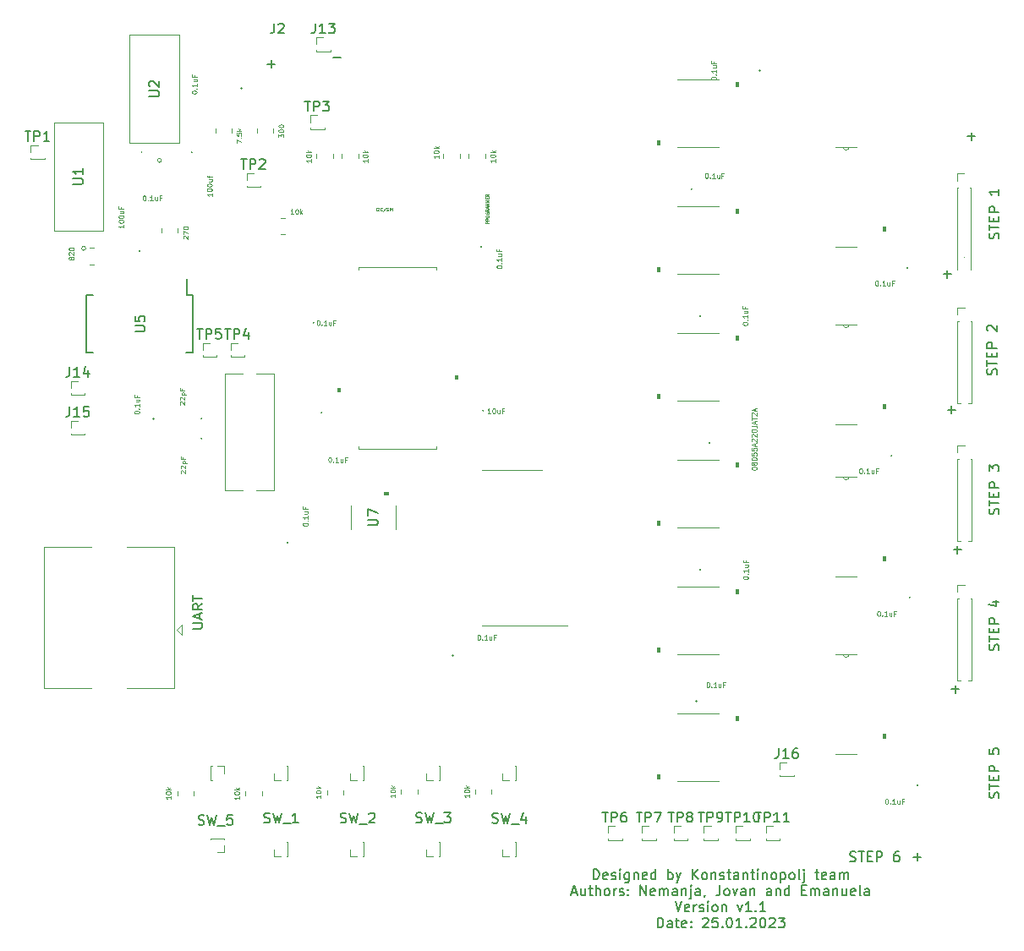
<source format=gbr>
%TF.GenerationSoftware,KiCad,Pcbnew,(6.0.2)*%
%TF.CreationDate,2023-01-31T11:03:36+01:00*%
%TF.ProjectId,schematic,73636865-6d61-4746-9963-2e6b69636164,rev?*%
%TF.SameCoordinates,Original*%
%TF.FileFunction,Legend,Top*%
%TF.FilePolarity,Positive*%
%FSLAX46Y46*%
G04 Gerber Fmt 4.6, Leading zero omitted, Abs format (unit mm)*
G04 Created by KiCad (PCBNEW (6.0.2)) date 2023-01-31 11:03:36*
%MOMM*%
%LPD*%
G01*
G04 APERTURE LIST*
%ADD10C,0.150000*%
%ADD11C,0.050000*%
%ADD12C,0.125000*%
%ADD13C,0.120000*%
%ADD14C,0.100000*%
G04 APERTURE END LIST*
D10*
X73014238Y-41578462D02*
X73776143Y-41578462D01*
X73395191Y-41959414D02*
X73395191Y-41197510D01*
X105638095Y-123237380D02*
X105638095Y-122237380D01*
X105876190Y-122237380D01*
X106019047Y-122285000D01*
X106114285Y-122380238D01*
X106161904Y-122475476D01*
X106209523Y-122665952D01*
X106209523Y-122808809D01*
X106161904Y-122999285D01*
X106114285Y-123094523D01*
X106019047Y-123189761D01*
X105876190Y-123237380D01*
X105638095Y-123237380D01*
X107019047Y-123189761D02*
X106923809Y-123237380D01*
X106733333Y-123237380D01*
X106638095Y-123189761D01*
X106590476Y-123094523D01*
X106590476Y-122713571D01*
X106638095Y-122618333D01*
X106733333Y-122570714D01*
X106923809Y-122570714D01*
X107019047Y-122618333D01*
X107066666Y-122713571D01*
X107066666Y-122808809D01*
X106590476Y-122904047D01*
X107447619Y-123189761D02*
X107542857Y-123237380D01*
X107733333Y-123237380D01*
X107828571Y-123189761D01*
X107876190Y-123094523D01*
X107876190Y-123046904D01*
X107828571Y-122951666D01*
X107733333Y-122904047D01*
X107590476Y-122904047D01*
X107495238Y-122856428D01*
X107447619Y-122761190D01*
X107447619Y-122713571D01*
X107495238Y-122618333D01*
X107590476Y-122570714D01*
X107733333Y-122570714D01*
X107828571Y-122618333D01*
X108304761Y-123237380D02*
X108304761Y-122570714D01*
X108304761Y-122237380D02*
X108257142Y-122285000D01*
X108304761Y-122332619D01*
X108352380Y-122285000D01*
X108304761Y-122237380D01*
X108304761Y-122332619D01*
X109209523Y-122570714D02*
X109209523Y-123380238D01*
X109161904Y-123475476D01*
X109114285Y-123523095D01*
X109019047Y-123570714D01*
X108876190Y-123570714D01*
X108780952Y-123523095D01*
X109209523Y-123189761D02*
X109114285Y-123237380D01*
X108923809Y-123237380D01*
X108828571Y-123189761D01*
X108780952Y-123142142D01*
X108733333Y-123046904D01*
X108733333Y-122761190D01*
X108780952Y-122665952D01*
X108828571Y-122618333D01*
X108923809Y-122570714D01*
X109114285Y-122570714D01*
X109209523Y-122618333D01*
X109685714Y-122570714D02*
X109685714Y-123237380D01*
X109685714Y-122665952D02*
X109733333Y-122618333D01*
X109828571Y-122570714D01*
X109971428Y-122570714D01*
X110066666Y-122618333D01*
X110114285Y-122713571D01*
X110114285Y-123237380D01*
X110971428Y-123189761D02*
X110876190Y-123237380D01*
X110685714Y-123237380D01*
X110590476Y-123189761D01*
X110542857Y-123094523D01*
X110542857Y-122713571D01*
X110590476Y-122618333D01*
X110685714Y-122570714D01*
X110876190Y-122570714D01*
X110971428Y-122618333D01*
X111019047Y-122713571D01*
X111019047Y-122808809D01*
X110542857Y-122904047D01*
X111876190Y-123237380D02*
X111876190Y-122237380D01*
X111876190Y-123189761D02*
X111780952Y-123237380D01*
X111590476Y-123237380D01*
X111495238Y-123189761D01*
X111447619Y-123142142D01*
X111400000Y-123046904D01*
X111400000Y-122761190D01*
X111447619Y-122665952D01*
X111495238Y-122618333D01*
X111590476Y-122570714D01*
X111780952Y-122570714D01*
X111876190Y-122618333D01*
X113114285Y-123237380D02*
X113114285Y-122237380D01*
X113114285Y-122618333D02*
X113209523Y-122570714D01*
X113400000Y-122570714D01*
X113495238Y-122618333D01*
X113542857Y-122665952D01*
X113590476Y-122761190D01*
X113590476Y-123046904D01*
X113542857Y-123142142D01*
X113495238Y-123189761D01*
X113400000Y-123237380D01*
X113209523Y-123237380D01*
X113114285Y-123189761D01*
X113923809Y-122570714D02*
X114161904Y-123237380D01*
X114400000Y-122570714D02*
X114161904Y-123237380D01*
X114066666Y-123475476D01*
X114019047Y-123523095D01*
X113923809Y-123570714D01*
X115542857Y-123237380D02*
X115542857Y-122237380D01*
X116114285Y-123237380D02*
X115685714Y-122665952D01*
X116114285Y-122237380D02*
X115542857Y-122808809D01*
X116685714Y-123237380D02*
X116590476Y-123189761D01*
X116542857Y-123142142D01*
X116495238Y-123046904D01*
X116495238Y-122761190D01*
X116542857Y-122665952D01*
X116590476Y-122618333D01*
X116685714Y-122570714D01*
X116828571Y-122570714D01*
X116923809Y-122618333D01*
X116971428Y-122665952D01*
X117019047Y-122761190D01*
X117019047Y-123046904D01*
X116971428Y-123142142D01*
X116923809Y-123189761D01*
X116828571Y-123237380D01*
X116685714Y-123237380D01*
X117447619Y-122570714D02*
X117447619Y-123237380D01*
X117447619Y-122665952D02*
X117495238Y-122618333D01*
X117590476Y-122570714D01*
X117733333Y-122570714D01*
X117828571Y-122618333D01*
X117876190Y-122713571D01*
X117876190Y-123237380D01*
X118304761Y-123189761D02*
X118400000Y-123237380D01*
X118590476Y-123237380D01*
X118685714Y-123189761D01*
X118733333Y-123094523D01*
X118733333Y-123046904D01*
X118685714Y-122951666D01*
X118590476Y-122904047D01*
X118447619Y-122904047D01*
X118352380Y-122856428D01*
X118304761Y-122761190D01*
X118304761Y-122713571D01*
X118352380Y-122618333D01*
X118447619Y-122570714D01*
X118590476Y-122570714D01*
X118685714Y-122618333D01*
X119019047Y-122570714D02*
X119400000Y-122570714D01*
X119161904Y-122237380D02*
X119161904Y-123094523D01*
X119209523Y-123189761D01*
X119304761Y-123237380D01*
X119400000Y-123237380D01*
X120161904Y-123237380D02*
X120161904Y-122713571D01*
X120114285Y-122618333D01*
X120019047Y-122570714D01*
X119828571Y-122570714D01*
X119733333Y-122618333D01*
X120161904Y-123189761D02*
X120066666Y-123237380D01*
X119828571Y-123237380D01*
X119733333Y-123189761D01*
X119685714Y-123094523D01*
X119685714Y-122999285D01*
X119733333Y-122904047D01*
X119828571Y-122856428D01*
X120066666Y-122856428D01*
X120161904Y-122808809D01*
X120638095Y-122570714D02*
X120638095Y-123237380D01*
X120638095Y-122665952D02*
X120685714Y-122618333D01*
X120780952Y-122570714D01*
X120923809Y-122570714D01*
X121019047Y-122618333D01*
X121066666Y-122713571D01*
X121066666Y-123237380D01*
X121400000Y-122570714D02*
X121780952Y-122570714D01*
X121542857Y-122237380D02*
X121542857Y-123094523D01*
X121590476Y-123189761D01*
X121685714Y-123237380D01*
X121780952Y-123237380D01*
X122114285Y-123237380D02*
X122114285Y-122570714D01*
X122114285Y-122237380D02*
X122066666Y-122285000D01*
X122114285Y-122332619D01*
X122161904Y-122285000D01*
X122114285Y-122237380D01*
X122114285Y-122332619D01*
X122590476Y-122570714D02*
X122590476Y-123237380D01*
X122590476Y-122665952D02*
X122638095Y-122618333D01*
X122733333Y-122570714D01*
X122876190Y-122570714D01*
X122971428Y-122618333D01*
X123019047Y-122713571D01*
X123019047Y-123237380D01*
X123638095Y-123237380D02*
X123542857Y-123189761D01*
X123495238Y-123142142D01*
X123447619Y-123046904D01*
X123447619Y-122761190D01*
X123495238Y-122665952D01*
X123542857Y-122618333D01*
X123638095Y-122570714D01*
X123780952Y-122570714D01*
X123876190Y-122618333D01*
X123923809Y-122665952D01*
X123971428Y-122761190D01*
X123971428Y-123046904D01*
X123923809Y-123142142D01*
X123876190Y-123189761D01*
X123780952Y-123237380D01*
X123638095Y-123237380D01*
X124400000Y-122570714D02*
X124400000Y-123570714D01*
X124400000Y-122618333D02*
X124495238Y-122570714D01*
X124685714Y-122570714D01*
X124780952Y-122618333D01*
X124828571Y-122665952D01*
X124876190Y-122761190D01*
X124876190Y-123046904D01*
X124828571Y-123142142D01*
X124780952Y-123189761D01*
X124685714Y-123237380D01*
X124495238Y-123237380D01*
X124400000Y-123189761D01*
X125447619Y-123237380D02*
X125352380Y-123189761D01*
X125304761Y-123142142D01*
X125257142Y-123046904D01*
X125257142Y-122761190D01*
X125304761Y-122665952D01*
X125352380Y-122618333D01*
X125447619Y-122570714D01*
X125590476Y-122570714D01*
X125685714Y-122618333D01*
X125733333Y-122665952D01*
X125780952Y-122761190D01*
X125780952Y-123046904D01*
X125733333Y-123142142D01*
X125685714Y-123189761D01*
X125590476Y-123237380D01*
X125447619Y-123237380D01*
X126352380Y-123237380D02*
X126257142Y-123189761D01*
X126209523Y-123094523D01*
X126209523Y-122237380D01*
X126733333Y-122570714D02*
X126733333Y-123427857D01*
X126685714Y-123523095D01*
X126590476Y-123570714D01*
X126542857Y-123570714D01*
X126733333Y-122237380D02*
X126685714Y-122285000D01*
X126733333Y-122332619D01*
X126780952Y-122285000D01*
X126733333Y-122237380D01*
X126733333Y-122332619D01*
X127828571Y-122570714D02*
X128209523Y-122570714D01*
X127971428Y-122237380D02*
X127971428Y-123094523D01*
X128019047Y-123189761D01*
X128114285Y-123237380D01*
X128209523Y-123237380D01*
X128923809Y-123189761D02*
X128828571Y-123237380D01*
X128638095Y-123237380D01*
X128542857Y-123189761D01*
X128495238Y-123094523D01*
X128495238Y-122713571D01*
X128542857Y-122618333D01*
X128638095Y-122570714D01*
X128828571Y-122570714D01*
X128923809Y-122618333D01*
X128971428Y-122713571D01*
X128971428Y-122808809D01*
X128495238Y-122904047D01*
X129828571Y-123237380D02*
X129828571Y-122713571D01*
X129780952Y-122618333D01*
X129685714Y-122570714D01*
X129495238Y-122570714D01*
X129400000Y-122618333D01*
X129828571Y-123189761D02*
X129733333Y-123237380D01*
X129495238Y-123237380D01*
X129400000Y-123189761D01*
X129352380Y-123094523D01*
X129352380Y-122999285D01*
X129400000Y-122904047D01*
X129495238Y-122856428D01*
X129733333Y-122856428D01*
X129828571Y-122808809D01*
X130304761Y-123237380D02*
X130304761Y-122570714D01*
X130304761Y-122665952D02*
X130352380Y-122618333D01*
X130447619Y-122570714D01*
X130590476Y-122570714D01*
X130685714Y-122618333D01*
X130733333Y-122713571D01*
X130733333Y-123237380D01*
X130733333Y-122713571D02*
X130780952Y-122618333D01*
X130876190Y-122570714D01*
X131019047Y-122570714D01*
X131114285Y-122618333D01*
X131161904Y-122713571D01*
X131161904Y-123237380D01*
X103495238Y-124561666D02*
X103971428Y-124561666D01*
X103399999Y-124847380D02*
X103733333Y-123847380D01*
X104066666Y-124847380D01*
X104828571Y-124180714D02*
X104828571Y-124847380D01*
X104399999Y-124180714D02*
X104399999Y-124704523D01*
X104447619Y-124799761D01*
X104542857Y-124847380D01*
X104685714Y-124847380D01*
X104780952Y-124799761D01*
X104828571Y-124752142D01*
X105161904Y-124180714D02*
X105542857Y-124180714D01*
X105304761Y-123847380D02*
X105304761Y-124704523D01*
X105352380Y-124799761D01*
X105447619Y-124847380D01*
X105542857Y-124847380D01*
X105876190Y-124847380D02*
X105876190Y-123847380D01*
X106304761Y-124847380D02*
X106304761Y-124323571D01*
X106257142Y-124228333D01*
X106161904Y-124180714D01*
X106019047Y-124180714D01*
X105923809Y-124228333D01*
X105876190Y-124275952D01*
X106923809Y-124847380D02*
X106828571Y-124799761D01*
X106780952Y-124752142D01*
X106733333Y-124656904D01*
X106733333Y-124371190D01*
X106780952Y-124275952D01*
X106828571Y-124228333D01*
X106923809Y-124180714D01*
X107066666Y-124180714D01*
X107161904Y-124228333D01*
X107209523Y-124275952D01*
X107257142Y-124371190D01*
X107257142Y-124656904D01*
X107209523Y-124752142D01*
X107161904Y-124799761D01*
X107066666Y-124847380D01*
X106923809Y-124847380D01*
X107685714Y-124847380D02*
X107685714Y-124180714D01*
X107685714Y-124371190D02*
X107733333Y-124275952D01*
X107780952Y-124228333D01*
X107876190Y-124180714D01*
X107971428Y-124180714D01*
X108257142Y-124799761D02*
X108352380Y-124847380D01*
X108542857Y-124847380D01*
X108638095Y-124799761D01*
X108685714Y-124704523D01*
X108685714Y-124656904D01*
X108638095Y-124561666D01*
X108542857Y-124514047D01*
X108399999Y-124514047D01*
X108304761Y-124466428D01*
X108257142Y-124371190D01*
X108257142Y-124323571D01*
X108304761Y-124228333D01*
X108399999Y-124180714D01*
X108542857Y-124180714D01*
X108638095Y-124228333D01*
X109114285Y-124752142D02*
X109161904Y-124799761D01*
X109114285Y-124847380D01*
X109066666Y-124799761D01*
X109114285Y-124752142D01*
X109114285Y-124847380D01*
X109114285Y-124228333D02*
X109161904Y-124275952D01*
X109114285Y-124323571D01*
X109066666Y-124275952D01*
X109114285Y-124228333D01*
X109114285Y-124323571D01*
X110352380Y-124847380D02*
X110352380Y-123847380D01*
X110923809Y-124847380D01*
X110923809Y-123847380D01*
X111780952Y-124799761D02*
X111685714Y-124847380D01*
X111495238Y-124847380D01*
X111399999Y-124799761D01*
X111352380Y-124704523D01*
X111352380Y-124323571D01*
X111399999Y-124228333D01*
X111495238Y-124180714D01*
X111685714Y-124180714D01*
X111780952Y-124228333D01*
X111828571Y-124323571D01*
X111828571Y-124418809D01*
X111352380Y-124514047D01*
X112257142Y-124847380D02*
X112257142Y-124180714D01*
X112257142Y-124275952D02*
X112304761Y-124228333D01*
X112399999Y-124180714D01*
X112542857Y-124180714D01*
X112638095Y-124228333D01*
X112685714Y-124323571D01*
X112685714Y-124847380D01*
X112685714Y-124323571D02*
X112733333Y-124228333D01*
X112828571Y-124180714D01*
X112971428Y-124180714D01*
X113066666Y-124228333D01*
X113114285Y-124323571D01*
X113114285Y-124847380D01*
X114019047Y-124847380D02*
X114019047Y-124323571D01*
X113971428Y-124228333D01*
X113876190Y-124180714D01*
X113685714Y-124180714D01*
X113590476Y-124228333D01*
X114019047Y-124799761D02*
X113923809Y-124847380D01*
X113685714Y-124847380D01*
X113590476Y-124799761D01*
X113542857Y-124704523D01*
X113542857Y-124609285D01*
X113590476Y-124514047D01*
X113685714Y-124466428D01*
X113923809Y-124466428D01*
X114019047Y-124418809D01*
X114495238Y-124180714D02*
X114495238Y-124847380D01*
X114495238Y-124275952D02*
X114542857Y-124228333D01*
X114638095Y-124180714D01*
X114780952Y-124180714D01*
X114876190Y-124228333D01*
X114923809Y-124323571D01*
X114923809Y-124847380D01*
X115400000Y-124180714D02*
X115400000Y-125037857D01*
X115352380Y-125133095D01*
X115257142Y-125180714D01*
X115209523Y-125180714D01*
X115400000Y-123847380D02*
X115352380Y-123895000D01*
X115400000Y-123942619D01*
X115447619Y-123895000D01*
X115400000Y-123847380D01*
X115400000Y-123942619D01*
X116304761Y-124847380D02*
X116304761Y-124323571D01*
X116257142Y-124228333D01*
X116161904Y-124180714D01*
X115971428Y-124180714D01*
X115876190Y-124228333D01*
X116304761Y-124799761D02*
X116209523Y-124847380D01*
X115971428Y-124847380D01*
X115876190Y-124799761D01*
X115828571Y-124704523D01*
X115828571Y-124609285D01*
X115876190Y-124514047D01*
X115971428Y-124466428D01*
X116209523Y-124466428D01*
X116304761Y-124418809D01*
X116828571Y-124799761D02*
X116828571Y-124847380D01*
X116780952Y-124942619D01*
X116733333Y-124990238D01*
X118304761Y-123847380D02*
X118304761Y-124561666D01*
X118257142Y-124704523D01*
X118161904Y-124799761D01*
X118019047Y-124847380D01*
X117923809Y-124847380D01*
X118923809Y-124847380D02*
X118828571Y-124799761D01*
X118780952Y-124752142D01*
X118733333Y-124656904D01*
X118733333Y-124371190D01*
X118780952Y-124275952D01*
X118828571Y-124228333D01*
X118923809Y-124180714D01*
X119066666Y-124180714D01*
X119161904Y-124228333D01*
X119209523Y-124275952D01*
X119257142Y-124371190D01*
X119257142Y-124656904D01*
X119209523Y-124752142D01*
X119161904Y-124799761D01*
X119066666Y-124847380D01*
X118923809Y-124847380D01*
X119590476Y-124180714D02*
X119828571Y-124847380D01*
X120066666Y-124180714D01*
X120876190Y-124847380D02*
X120876190Y-124323571D01*
X120828571Y-124228333D01*
X120733333Y-124180714D01*
X120542857Y-124180714D01*
X120447619Y-124228333D01*
X120876190Y-124799761D02*
X120780952Y-124847380D01*
X120542857Y-124847380D01*
X120447619Y-124799761D01*
X120399999Y-124704523D01*
X120399999Y-124609285D01*
X120447619Y-124514047D01*
X120542857Y-124466428D01*
X120780952Y-124466428D01*
X120876190Y-124418809D01*
X121352380Y-124180714D02*
X121352380Y-124847380D01*
X121352380Y-124275952D02*
X121399999Y-124228333D01*
X121495238Y-124180714D01*
X121638095Y-124180714D01*
X121733333Y-124228333D01*
X121780952Y-124323571D01*
X121780952Y-124847380D01*
X123447619Y-124847380D02*
X123447619Y-124323571D01*
X123399999Y-124228333D01*
X123304761Y-124180714D01*
X123114285Y-124180714D01*
X123019047Y-124228333D01*
X123447619Y-124799761D02*
X123352380Y-124847380D01*
X123114285Y-124847380D01*
X123019047Y-124799761D01*
X122971428Y-124704523D01*
X122971428Y-124609285D01*
X123019047Y-124514047D01*
X123114285Y-124466428D01*
X123352380Y-124466428D01*
X123447619Y-124418809D01*
X123923809Y-124180714D02*
X123923809Y-124847380D01*
X123923809Y-124275952D02*
X123971428Y-124228333D01*
X124066666Y-124180714D01*
X124209523Y-124180714D01*
X124304761Y-124228333D01*
X124352380Y-124323571D01*
X124352380Y-124847380D01*
X125257142Y-124847380D02*
X125257142Y-123847380D01*
X125257142Y-124799761D02*
X125161904Y-124847380D01*
X124971428Y-124847380D01*
X124876190Y-124799761D01*
X124828571Y-124752142D01*
X124780952Y-124656904D01*
X124780952Y-124371190D01*
X124828571Y-124275952D01*
X124876190Y-124228333D01*
X124971428Y-124180714D01*
X125161904Y-124180714D01*
X125257142Y-124228333D01*
X126495238Y-124323571D02*
X126828571Y-124323571D01*
X126971428Y-124847380D02*
X126495238Y-124847380D01*
X126495238Y-123847380D01*
X126971428Y-123847380D01*
X127399999Y-124847380D02*
X127399999Y-124180714D01*
X127399999Y-124275952D02*
X127447619Y-124228333D01*
X127542857Y-124180714D01*
X127685714Y-124180714D01*
X127780952Y-124228333D01*
X127828571Y-124323571D01*
X127828571Y-124847380D01*
X127828571Y-124323571D02*
X127876190Y-124228333D01*
X127971428Y-124180714D01*
X128114285Y-124180714D01*
X128209523Y-124228333D01*
X128257142Y-124323571D01*
X128257142Y-124847380D01*
X129161904Y-124847380D02*
X129161904Y-124323571D01*
X129114285Y-124228333D01*
X129019047Y-124180714D01*
X128828571Y-124180714D01*
X128733333Y-124228333D01*
X129161904Y-124799761D02*
X129066666Y-124847380D01*
X128828571Y-124847380D01*
X128733333Y-124799761D01*
X128685714Y-124704523D01*
X128685714Y-124609285D01*
X128733333Y-124514047D01*
X128828571Y-124466428D01*
X129066666Y-124466428D01*
X129161904Y-124418809D01*
X129638095Y-124180714D02*
X129638095Y-124847380D01*
X129638095Y-124275952D02*
X129685714Y-124228333D01*
X129780952Y-124180714D01*
X129923809Y-124180714D01*
X130019047Y-124228333D01*
X130066666Y-124323571D01*
X130066666Y-124847380D01*
X130971428Y-124180714D02*
X130971428Y-124847380D01*
X130542857Y-124180714D02*
X130542857Y-124704523D01*
X130590476Y-124799761D01*
X130685714Y-124847380D01*
X130828571Y-124847380D01*
X130923809Y-124799761D01*
X130971428Y-124752142D01*
X131828571Y-124799761D02*
X131733333Y-124847380D01*
X131542857Y-124847380D01*
X131447619Y-124799761D01*
X131399999Y-124704523D01*
X131399999Y-124323571D01*
X131447619Y-124228333D01*
X131542857Y-124180714D01*
X131733333Y-124180714D01*
X131828571Y-124228333D01*
X131876190Y-124323571D01*
X131876190Y-124418809D01*
X131399999Y-124514047D01*
X132447619Y-124847380D02*
X132352380Y-124799761D01*
X132304761Y-124704523D01*
X132304761Y-123847380D01*
X133257142Y-124847380D02*
X133257142Y-124323571D01*
X133209523Y-124228333D01*
X133114285Y-124180714D01*
X132923809Y-124180714D01*
X132828571Y-124228333D01*
X133257142Y-124799761D02*
X133161904Y-124847380D01*
X132923809Y-124847380D01*
X132828571Y-124799761D01*
X132780952Y-124704523D01*
X132780952Y-124609285D01*
X132828571Y-124514047D01*
X132923809Y-124466428D01*
X133161904Y-124466428D01*
X133257142Y-124418809D01*
X113828571Y-125457380D02*
X114161904Y-126457380D01*
X114495238Y-125457380D01*
X115209523Y-126409761D02*
X115114285Y-126457380D01*
X114923809Y-126457380D01*
X114828571Y-126409761D01*
X114780952Y-126314523D01*
X114780952Y-125933571D01*
X114828571Y-125838333D01*
X114923809Y-125790714D01*
X115114285Y-125790714D01*
X115209523Y-125838333D01*
X115257142Y-125933571D01*
X115257142Y-126028809D01*
X114780952Y-126124047D01*
X115685714Y-126457380D02*
X115685714Y-125790714D01*
X115685714Y-125981190D02*
X115733333Y-125885952D01*
X115780952Y-125838333D01*
X115876190Y-125790714D01*
X115971428Y-125790714D01*
X116257142Y-126409761D02*
X116352380Y-126457380D01*
X116542857Y-126457380D01*
X116638095Y-126409761D01*
X116685714Y-126314523D01*
X116685714Y-126266904D01*
X116638095Y-126171666D01*
X116542857Y-126124047D01*
X116400000Y-126124047D01*
X116304761Y-126076428D01*
X116257142Y-125981190D01*
X116257142Y-125933571D01*
X116304761Y-125838333D01*
X116400000Y-125790714D01*
X116542857Y-125790714D01*
X116638095Y-125838333D01*
X117114285Y-126457380D02*
X117114285Y-125790714D01*
X117114285Y-125457380D02*
X117066666Y-125505000D01*
X117114285Y-125552619D01*
X117161904Y-125505000D01*
X117114285Y-125457380D01*
X117114285Y-125552619D01*
X117733333Y-126457380D02*
X117638095Y-126409761D01*
X117590476Y-126362142D01*
X117542857Y-126266904D01*
X117542857Y-125981190D01*
X117590476Y-125885952D01*
X117638095Y-125838333D01*
X117733333Y-125790714D01*
X117876190Y-125790714D01*
X117971428Y-125838333D01*
X118019047Y-125885952D01*
X118066666Y-125981190D01*
X118066666Y-126266904D01*
X118019047Y-126362142D01*
X117971428Y-126409761D01*
X117876190Y-126457380D01*
X117733333Y-126457380D01*
X118495238Y-125790714D02*
X118495238Y-126457380D01*
X118495238Y-125885952D02*
X118542857Y-125838333D01*
X118638095Y-125790714D01*
X118780952Y-125790714D01*
X118876190Y-125838333D01*
X118923809Y-125933571D01*
X118923809Y-126457380D01*
X120066666Y-125790714D02*
X120304761Y-126457380D01*
X120542857Y-125790714D01*
X121447619Y-126457380D02*
X120876190Y-126457380D01*
X121161904Y-126457380D02*
X121161904Y-125457380D01*
X121066666Y-125600238D01*
X120971428Y-125695476D01*
X120876190Y-125743095D01*
X121876190Y-126362142D02*
X121923809Y-126409761D01*
X121876190Y-126457380D01*
X121828571Y-126409761D01*
X121876190Y-126362142D01*
X121876190Y-126457380D01*
X122876190Y-126457380D02*
X122304761Y-126457380D01*
X122590476Y-126457380D02*
X122590476Y-125457380D01*
X122495238Y-125600238D01*
X122400000Y-125695476D01*
X122304761Y-125743095D01*
X112066666Y-128067380D02*
X112066666Y-127067380D01*
X112304761Y-127067380D01*
X112447619Y-127115000D01*
X112542857Y-127210238D01*
X112590476Y-127305476D01*
X112638095Y-127495952D01*
X112638095Y-127638809D01*
X112590476Y-127829285D01*
X112542857Y-127924523D01*
X112447619Y-128019761D01*
X112304761Y-128067380D01*
X112066666Y-128067380D01*
X113495238Y-128067380D02*
X113495238Y-127543571D01*
X113447619Y-127448333D01*
X113352380Y-127400714D01*
X113161904Y-127400714D01*
X113066666Y-127448333D01*
X113495238Y-128019761D02*
X113400000Y-128067380D01*
X113161904Y-128067380D01*
X113066666Y-128019761D01*
X113019047Y-127924523D01*
X113019047Y-127829285D01*
X113066666Y-127734047D01*
X113161904Y-127686428D01*
X113400000Y-127686428D01*
X113495238Y-127638809D01*
X113828571Y-127400714D02*
X114209523Y-127400714D01*
X113971428Y-127067380D02*
X113971428Y-127924523D01*
X114019047Y-128019761D01*
X114114285Y-128067380D01*
X114209523Y-128067380D01*
X114923809Y-128019761D02*
X114828571Y-128067380D01*
X114638095Y-128067380D01*
X114542857Y-128019761D01*
X114495238Y-127924523D01*
X114495238Y-127543571D01*
X114542857Y-127448333D01*
X114638095Y-127400714D01*
X114828571Y-127400714D01*
X114923809Y-127448333D01*
X114971428Y-127543571D01*
X114971428Y-127638809D01*
X114495238Y-127734047D01*
X115400000Y-127972142D02*
X115447619Y-128019761D01*
X115400000Y-128067380D01*
X115352380Y-128019761D01*
X115400000Y-127972142D01*
X115400000Y-128067380D01*
X115400000Y-127448333D02*
X115447619Y-127495952D01*
X115400000Y-127543571D01*
X115352380Y-127495952D01*
X115400000Y-127448333D01*
X115400000Y-127543571D01*
X116590476Y-127162619D02*
X116638095Y-127115000D01*
X116733333Y-127067380D01*
X116971428Y-127067380D01*
X117066666Y-127115000D01*
X117114285Y-127162619D01*
X117161904Y-127257857D01*
X117161904Y-127353095D01*
X117114285Y-127495952D01*
X116542857Y-128067380D01*
X117161904Y-128067380D01*
X118066666Y-127067380D02*
X117590476Y-127067380D01*
X117542857Y-127543571D01*
X117590476Y-127495952D01*
X117685714Y-127448333D01*
X117923809Y-127448333D01*
X118019047Y-127495952D01*
X118066666Y-127543571D01*
X118114285Y-127638809D01*
X118114285Y-127876904D01*
X118066666Y-127972142D01*
X118019047Y-128019761D01*
X117923809Y-128067380D01*
X117685714Y-128067380D01*
X117590476Y-128019761D01*
X117542857Y-127972142D01*
X118542857Y-127972142D02*
X118590476Y-128019761D01*
X118542857Y-128067380D01*
X118495238Y-128019761D01*
X118542857Y-127972142D01*
X118542857Y-128067380D01*
X119209523Y-127067380D02*
X119304761Y-127067380D01*
X119400000Y-127115000D01*
X119447619Y-127162619D01*
X119495238Y-127257857D01*
X119542857Y-127448333D01*
X119542857Y-127686428D01*
X119495238Y-127876904D01*
X119447619Y-127972142D01*
X119400000Y-128019761D01*
X119304761Y-128067380D01*
X119209523Y-128067380D01*
X119114285Y-128019761D01*
X119066666Y-127972142D01*
X119019047Y-127876904D01*
X118971428Y-127686428D01*
X118971428Y-127448333D01*
X119019047Y-127257857D01*
X119066666Y-127162619D01*
X119114285Y-127115000D01*
X119209523Y-127067380D01*
X120495238Y-128067380D02*
X119923809Y-128067380D01*
X120209523Y-128067380D02*
X120209523Y-127067380D01*
X120114285Y-127210238D01*
X120019047Y-127305476D01*
X119923809Y-127353095D01*
X120923809Y-127972142D02*
X120971428Y-128019761D01*
X120923809Y-128067380D01*
X120876190Y-128019761D01*
X120923809Y-127972142D01*
X120923809Y-128067380D01*
X121352380Y-127162619D02*
X121400000Y-127115000D01*
X121495238Y-127067380D01*
X121733333Y-127067380D01*
X121828571Y-127115000D01*
X121876190Y-127162619D01*
X121923809Y-127257857D01*
X121923809Y-127353095D01*
X121876190Y-127495952D01*
X121304761Y-128067380D01*
X121923809Y-128067380D01*
X122542857Y-127067380D02*
X122638095Y-127067380D01*
X122733333Y-127115000D01*
X122780952Y-127162619D01*
X122828571Y-127257857D01*
X122876190Y-127448333D01*
X122876190Y-127686428D01*
X122828571Y-127876904D01*
X122780952Y-127972142D01*
X122733333Y-128019761D01*
X122638095Y-128067380D01*
X122542857Y-128067380D01*
X122447619Y-128019761D01*
X122400000Y-127972142D01*
X122352380Y-127876904D01*
X122304761Y-127686428D01*
X122304761Y-127448333D01*
X122352380Y-127257857D01*
X122400000Y-127162619D01*
X122447619Y-127115000D01*
X122542857Y-127067380D01*
X123257142Y-127162619D02*
X123304761Y-127115000D01*
X123400000Y-127067380D01*
X123638095Y-127067380D01*
X123733333Y-127115000D01*
X123780952Y-127162619D01*
X123828571Y-127257857D01*
X123828571Y-127353095D01*
X123780952Y-127495952D01*
X123209523Y-128067380D01*
X123828571Y-128067380D01*
X124161904Y-127067380D02*
X124780952Y-127067380D01*
X124447619Y-127448333D01*
X124590476Y-127448333D01*
X124685714Y-127495952D01*
X124733333Y-127543571D01*
X124780952Y-127638809D01*
X124780952Y-127876904D01*
X124733333Y-127972142D01*
X124685714Y-128019761D01*
X124590476Y-128067380D01*
X124304761Y-128067380D01*
X124209523Y-128019761D01*
X124161904Y-127972142D01*
X131323809Y-121404761D02*
X131466666Y-121452380D01*
X131704761Y-121452380D01*
X131800000Y-121404761D01*
X131847619Y-121357142D01*
X131895238Y-121261904D01*
X131895238Y-121166666D01*
X131847619Y-121071428D01*
X131800000Y-121023809D01*
X131704761Y-120976190D01*
X131514285Y-120928571D01*
X131419047Y-120880952D01*
X131371428Y-120833333D01*
X131323809Y-120738095D01*
X131323809Y-120642857D01*
X131371428Y-120547619D01*
X131419047Y-120500000D01*
X131514285Y-120452380D01*
X131752380Y-120452380D01*
X131895238Y-120500000D01*
X132180952Y-120452380D02*
X132752380Y-120452380D01*
X132466666Y-121452380D02*
X132466666Y-120452380D01*
X133085714Y-120928571D02*
X133419047Y-120928571D01*
X133561904Y-121452380D02*
X133085714Y-121452380D01*
X133085714Y-120452380D01*
X133561904Y-120452380D01*
X133990476Y-121452380D02*
X133990476Y-120452380D01*
X134371428Y-120452380D01*
X134466666Y-120500000D01*
X134514285Y-120547619D01*
X134561904Y-120642857D01*
X134561904Y-120785714D01*
X134514285Y-120880952D01*
X134466666Y-120928571D01*
X134371428Y-120976190D01*
X133990476Y-120976190D01*
X136180952Y-120452380D02*
X135990476Y-120452380D01*
X135895238Y-120500000D01*
X135847619Y-120547619D01*
X135752380Y-120690476D01*
X135704761Y-120880952D01*
X135704761Y-121261904D01*
X135752380Y-121357142D01*
X135800000Y-121404761D01*
X135895238Y-121452380D01*
X136085714Y-121452380D01*
X136180952Y-121404761D01*
X136228571Y-121357142D01*
X136276190Y-121261904D01*
X136276190Y-121023809D01*
X136228571Y-120928571D01*
X136180952Y-120880952D01*
X136085714Y-120833333D01*
X135895238Y-120833333D01*
X135800000Y-120880952D01*
X135752380Y-120928571D01*
X135704761Y-121023809D01*
X79563749Y-40941894D02*
X80325654Y-40941894D01*
X146204761Y-100276190D02*
X146252380Y-100133333D01*
X146252380Y-99895238D01*
X146204761Y-99800000D01*
X146157142Y-99752380D01*
X146061904Y-99704761D01*
X145966666Y-99704761D01*
X145871428Y-99752380D01*
X145823809Y-99800000D01*
X145776190Y-99895238D01*
X145728571Y-100085714D01*
X145680952Y-100180952D01*
X145633333Y-100228571D01*
X145538095Y-100276190D01*
X145442857Y-100276190D01*
X145347619Y-100228571D01*
X145300000Y-100180952D01*
X145252380Y-100085714D01*
X145252380Y-99847619D01*
X145300000Y-99704761D01*
X145252380Y-99419047D02*
X145252380Y-98847619D01*
X146252380Y-99133333D02*
X145252380Y-99133333D01*
X145728571Y-98514285D02*
X145728571Y-98180952D01*
X146252380Y-98038095D02*
X146252380Y-98514285D01*
X145252380Y-98514285D01*
X145252380Y-98038095D01*
X146252380Y-97609523D02*
X145252380Y-97609523D01*
X145252380Y-97228571D01*
X145300000Y-97133333D01*
X145347619Y-97085714D01*
X145442857Y-97038095D01*
X145585714Y-97038095D01*
X145680952Y-97085714D01*
X145728571Y-97133333D01*
X145776190Y-97228571D01*
X145776190Y-97609523D01*
X145585714Y-95419047D02*
X146252380Y-95419047D01*
X145204761Y-95657142D02*
X145919047Y-95895238D01*
X145919047Y-95276190D01*
X146204761Y-86676190D02*
X146252380Y-86533333D01*
X146252380Y-86295238D01*
X146204761Y-86200000D01*
X146157142Y-86152380D01*
X146061904Y-86104761D01*
X145966666Y-86104761D01*
X145871428Y-86152380D01*
X145823809Y-86200000D01*
X145776190Y-86295238D01*
X145728571Y-86485714D01*
X145680952Y-86580952D01*
X145633333Y-86628571D01*
X145538095Y-86676190D01*
X145442857Y-86676190D01*
X145347619Y-86628571D01*
X145300000Y-86580952D01*
X145252380Y-86485714D01*
X145252380Y-86247619D01*
X145300000Y-86104761D01*
X145252380Y-85819047D02*
X145252380Y-85247619D01*
X146252380Y-85533333D02*
X145252380Y-85533333D01*
X145728571Y-84914285D02*
X145728571Y-84580952D01*
X146252380Y-84438095D02*
X146252380Y-84914285D01*
X145252380Y-84914285D01*
X145252380Y-84438095D01*
X146252380Y-84009523D02*
X145252380Y-84009523D01*
X145252380Y-83628571D01*
X145300000Y-83533333D01*
X145347619Y-83485714D01*
X145442857Y-83438095D01*
X145585714Y-83438095D01*
X145680952Y-83485714D01*
X145728571Y-83533333D01*
X145776190Y-83628571D01*
X145776190Y-84009523D01*
X145252380Y-82342857D02*
X145252380Y-81723809D01*
X145633333Y-82057142D01*
X145633333Y-81914285D01*
X145680952Y-81819047D01*
X145728571Y-81771428D01*
X145823809Y-81723809D01*
X146061904Y-81723809D01*
X146157142Y-81771428D01*
X146204761Y-81819047D01*
X146252380Y-81914285D01*
X146252380Y-82200000D01*
X146204761Y-82295238D01*
X146157142Y-82342857D01*
X141071428Y-62980952D02*
X141071428Y-62219047D01*
X141452380Y-62600000D02*
X140690476Y-62600000D01*
X141471428Y-76580952D02*
X141471428Y-75819047D01*
X141852380Y-76200000D02*
X141090476Y-76200000D01*
D11*
X95150541Y-57516887D02*
X94850541Y-57516887D01*
X94850541Y-57402601D01*
X94864827Y-57374030D01*
X94879112Y-57359744D01*
X94907684Y-57345458D01*
X94950541Y-57345458D01*
X94979112Y-57359744D01*
X94993398Y-57374030D01*
X95007684Y-57402601D01*
X95007684Y-57516887D01*
X95150541Y-57045458D02*
X95007684Y-57145458D01*
X95150541Y-57216887D02*
X94850541Y-57216887D01*
X94850541Y-57102601D01*
X94864827Y-57074030D01*
X94879112Y-57059744D01*
X94907684Y-57045458D01*
X94950541Y-57045458D01*
X94979112Y-57059744D01*
X94993398Y-57074030D01*
X95007684Y-57102601D01*
X95007684Y-57216887D01*
X94850541Y-56859744D02*
X94850541Y-56802601D01*
X94864827Y-56774030D01*
X94893398Y-56745458D01*
X94950541Y-56731172D01*
X95050541Y-56731172D01*
X95107684Y-56745458D01*
X95136255Y-56774030D01*
X95150541Y-56802601D01*
X95150541Y-56859744D01*
X95136255Y-56888315D01*
X95107684Y-56916887D01*
X95050541Y-56931172D01*
X94950541Y-56931172D01*
X94893398Y-56916887D01*
X94864827Y-56888315D01*
X94850541Y-56859744D01*
X94864827Y-56445458D02*
X94850541Y-56474030D01*
X94850541Y-56516887D01*
X94864827Y-56559744D01*
X94893398Y-56588315D01*
X94921969Y-56602601D01*
X94979112Y-56616887D01*
X95021969Y-56616887D01*
X95079112Y-56602601D01*
X95107684Y-56588315D01*
X95136255Y-56559744D01*
X95150541Y-56516887D01*
X95150541Y-56488315D01*
X95136255Y-56445458D01*
X95121969Y-56431172D01*
X95021969Y-56431172D01*
X95021969Y-56488315D01*
X95150541Y-56131172D02*
X95007684Y-56231172D01*
X95150541Y-56302601D02*
X94850541Y-56302601D01*
X94850541Y-56188315D01*
X94864827Y-56159744D01*
X94879112Y-56145458D01*
X94907684Y-56131172D01*
X94950541Y-56131172D01*
X94979112Y-56145458D01*
X94993398Y-56159744D01*
X95007684Y-56188315D01*
X95007684Y-56302601D01*
X95064827Y-56016887D02*
X95064827Y-55874030D01*
X95150541Y-56045458D02*
X94850541Y-55945458D01*
X95150541Y-55845458D01*
X95150541Y-55745458D02*
X94850541Y-55745458D01*
X95064827Y-55645458D01*
X94850541Y-55545458D01*
X95150541Y-55545458D01*
X95150541Y-55402601D02*
X94850541Y-55402601D01*
X95064827Y-55302601D01*
X94850541Y-55202601D01*
X95150541Y-55202601D01*
X94993398Y-55059744D02*
X94993398Y-54959744D01*
X95150541Y-54916887D02*
X95150541Y-55059744D01*
X94850541Y-55059744D01*
X94850541Y-54916887D01*
X95150541Y-54616887D02*
X95007684Y-54716887D01*
X95150541Y-54788315D02*
X94850541Y-54788315D01*
X94850541Y-54674030D01*
X94864827Y-54645458D01*
X94879112Y-54631172D01*
X94907684Y-54616887D01*
X94950541Y-54616887D01*
X94979112Y-54631172D01*
X94993398Y-54645458D01*
X95007684Y-54674030D01*
X95007684Y-54788315D01*
D10*
X146004761Y-72676190D02*
X146052380Y-72533333D01*
X146052380Y-72295238D01*
X146004761Y-72200000D01*
X145957142Y-72152380D01*
X145861904Y-72104761D01*
X145766666Y-72104761D01*
X145671428Y-72152380D01*
X145623809Y-72200000D01*
X145576190Y-72295238D01*
X145528571Y-72485714D01*
X145480952Y-72580952D01*
X145433333Y-72628571D01*
X145338095Y-72676190D01*
X145242857Y-72676190D01*
X145147619Y-72628571D01*
X145100000Y-72580952D01*
X145052380Y-72485714D01*
X145052380Y-72247619D01*
X145100000Y-72104761D01*
X145052380Y-71819047D02*
X145052380Y-71247619D01*
X146052380Y-71533333D02*
X145052380Y-71533333D01*
X145528571Y-70914285D02*
X145528571Y-70580952D01*
X146052380Y-70438095D02*
X146052380Y-70914285D01*
X145052380Y-70914285D01*
X145052380Y-70438095D01*
X146052380Y-70009523D02*
X145052380Y-70009523D01*
X145052380Y-69628571D01*
X145100000Y-69533333D01*
X145147619Y-69485714D01*
X145242857Y-69438095D01*
X145385714Y-69438095D01*
X145480952Y-69485714D01*
X145528571Y-69533333D01*
X145576190Y-69628571D01*
X145576190Y-70009523D01*
X145147619Y-68295238D02*
X145100000Y-68247619D01*
X145052380Y-68152380D01*
X145052380Y-67914285D01*
X145100000Y-67819047D01*
X145147619Y-67771428D01*
X145242857Y-67723809D01*
X145338095Y-67723809D01*
X145480952Y-67771428D01*
X146052380Y-68342857D01*
X146052380Y-67723809D01*
X138071428Y-121380952D02*
X138071428Y-120619047D01*
X138452380Y-121000000D02*
X137690476Y-121000000D01*
X142071428Y-90580952D02*
X142071428Y-89819047D01*
X142452380Y-90200000D02*
X141690476Y-90200000D01*
D11*
X83884602Y-56274420D02*
X83884602Y-55974420D01*
X84013173Y-56002991D02*
X84027459Y-55988706D01*
X84056030Y-55974420D01*
X84127459Y-55974420D01*
X84156030Y-55988706D01*
X84170316Y-56002991D01*
X84184602Y-56031563D01*
X84184602Y-56060134D01*
X84170316Y-56102991D01*
X83998888Y-56274420D01*
X84184602Y-56274420D01*
X84484602Y-56245848D02*
X84470316Y-56260134D01*
X84427459Y-56274420D01*
X84398888Y-56274420D01*
X84356030Y-56260134D01*
X84327459Y-56231563D01*
X84313173Y-56202991D01*
X84298888Y-56145848D01*
X84298888Y-56102991D01*
X84313173Y-56045848D01*
X84327459Y-56017277D01*
X84356030Y-55988706D01*
X84398888Y-55974420D01*
X84427459Y-55974420D01*
X84470316Y-55988706D01*
X84484602Y-56002991D01*
X84827459Y-55960134D02*
X84570316Y-56345848D01*
X84913173Y-56260134D02*
X84956030Y-56274420D01*
X85027459Y-56274420D01*
X85056030Y-56260134D01*
X85070316Y-56245848D01*
X85084602Y-56217277D01*
X85084602Y-56188706D01*
X85070316Y-56160134D01*
X85056030Y-56145848D01*
X85027459Y-56131563D01*
X84970316Y-56117277D01*
X84941745Y-56102991D01*
X84927459Y-56088706D01*
X84913173Y-56060134D01*
X84913173Y-56031563D01*
X84927459Y-56002991D01*
X84941745Y-55988706D01*
X84970316Y-55974420D01*
X85041745Y-55974420D01*
X85084602Y-55988706D01*
X85213173Y-56274420D02*
X85213173Y-55974420D01*
X85327459Y-55974420D01*
X85356030Y-55988706D01*
X85370316Y-56002991D01*
X85384602Y-56031563D01*
X85384602Y-56074420D01*
X85370316Y-56102991D01*
X85356030Y-56117277D01*
X85327459Y-56131563D01*
X85213173Y-56131563D01*
X85513173Y-56274420D02*
X85513173Y-55974420D01*
D10*
X146204761Y-59076190D02*
X146252380Y-58933333D01*
X146252380Y-58695238D01*
X146204761Y-58600000D01*
X146157142Y-58552380D01*
X146061904Y-58504761D01*
X145966666Y-58504761D01*
X145871428Y-58552380D01*
X145823809Y-58600000D01*
X145776190Y-58695238D01*
X145728571Y-58885714D01*
X145680952Y-58980952D01*
X145633333Y-59028571D01*
X145538095Y-59076190D01*
X145442857Y-59076190D01*
X145347619Y-59028571D01*
X145300000Y-58980952D01*
X145252380Y-58885714D01*
X145252380Y-58647619D01*
X145300000Y-58504761D01*
X145252380Y-58219047D02*
X145252380Y-57647619D01*
X146252380Y-57933333D02*
X145252380Y-57933333D01*
X145728571Y-57314285D02*
X145728571Y-56980952D01*
X146252380Y-56838095D02*
X146252380Y-57314285D01*
X145252380Y-57314285D01*
X145252380Y-56838095D01*
X146252380Y-56409523D02*
X145252380Y-56409523D01*
X145252380Y-56028571D01*
X145300000Y-55933333D01*
X145347619Y-55885714D01*
X145442857Y-55838095D01*
X145585714Y-55838095D01*
X145680952Y-55885714D01*
X145728571Y-55933333D01*
X145776190Y-56028571D01*
X145776190Y-56409523D01*
X146252380Y-54123809D02*
X146252380Y-54695238D01*
X146252380Y-54409523D02*
X145252380Y-54409523D01*
X145395238Y-54504761D01*
X145490476Y-54600000D01*
X145538095Y-54695238D01*
X146204761Y-115076190D02*
X146252380Y-114933333D01*
X146252380Y-114695238D01*
X146204761Y-114600000D01*
X146157142Y-114552380D01*
X146061904Y-114504761D01*
X145966666Y-114504761D01*
X145871428Y-114552380D01*
X145823809Y-114600000D01*
X145776190Y-114695238D01*
X145728571Y-114885714D01*
X145680952Y-114980952D01*
X145633333Y-115028571D01*
X145538095Y-115076190D01*
X145442857Y-115076190D01*
X145347619Y-115028571D01*
X145300000Y-114980952D01*
X145252380Y-114885714D01*
X145252380Y-114647619D01*
X145300000Y-114504761D01*
X145252380Y-114219047D02*
X145252380Y-113647619D01*
X146252380Y-113933333D02*
X145252380Y-113933333D01*
X145728571Y-113314285D02*
X145728571Y-112980952D01*
X146252380Y-112838095D02*
X146252380Y-113314285D01*
X145252380Y-113314285D01*
X145252380Y-112838095D01*
X146252380Y-112409523D02*
X145252380Y-112409523D01*
X145252380Y-112028571D01*
X145300000Y-111933333D01*
X145347619Y-111885714D01*
X145442857Y-111838095D01*
X145585714Y-111838095D01*
X145680952Y-111885714D01*
X145728571Y-111933333D01*
X145776190Y-112028571D01*
X145776190Y-112409523D01*
X145252380Y-110171428D02*
X145252380Y-110647619D01*
X145728571Y-110695238D01*
X145680952Y-110647619D01*
X145633333Y-110552380D01*
X145633333Y-110314285D01*
X145680952Y-110219047D01*
X145728571Y-110171428D01*
X145823809Y-110123809D01*
X146061904Y-110123809D01*
X146157142Y-110171428D01*
X146204761Y-110219047D01*
X146252380Y-110314285D01*
X146252380Y-110552380D01*
X146204761Y-110647619D01*
X146157142Y-110695238D01*
X143471428Y-49180952D02*
X143471428Y-48419047D01*
X143852380Y-48800000D02*
X143090476Y-48800000D01*
X141871428Y-104580952D02*
X141871428Y-103819047D01*
X142252380Y-104200000D02*
X141490476Y-104200000D01*
%TO.C,SW_1*%
X72665280Y-117522513D02*
X72808137Y-117570132D01*
X73046232Y-117570132D01*
X73141470Y-117522513D01*
X73189089Y-117474894D01*
X73236708Y-117379656D01*
X73236708Y-117284418D01*
X73189089Y-117189180D01*
X73141470Y-117141561D01*
X73046232Y-117093942D01*
X72855756Y-117046323D01*
X72760518Y-116998704D01*
X72712899Y-116951085D01*
X72665280Y-116855847D01*
X72665280Y-116760609D01*
X72712899Y-116665371D01*
X72760518Y-116617752D01*
X72855756Y-116570132D01*
X73093851Y-116570132D01*
X73236708Y-116617752D01*
X73570042Y-116570132D02*
X73808137Y-117570132D01*
X73998613Y-116855847D01*
X74189089Y-117570132D01*
X74427185Y-116570132D01*
X74570042Y-117665371D02*
X75331946Y-117665371D01*
X76093851Y-117570132D02*
X75522423Y-117570132D01*
X75808137Y-117570132D02*
X75808137Y-116570132D01*
X75712899Y-116712990D01*
X75617661Y-116808228D01*
X75522423Y-116855847D01*
D12*
%TO.C,C22*%
X134978571Y-115179758D02*
X135026190Y-115179758D01*
X135073809Y-115203568D01*
X135097619Y-115227377D01*
X135121428Y-115274996D01*
X135145238Y-115370234D01*
X135145238Y-115489282D01*
X135121428Y-115584520D01*
X135097619Y-115632139D01*
X135073809Y-115655948D01*
X135026190Y-115679758D01*
X134978571Y-115679758D01*
X134930952Y-115655948D01*
X134907142Y-115632139D01*
X134883333Y-115584520D01*
X134859523Y-115489282D01*
X134859523Y-115370234D01*
X134883333Y-115274996D01*
X134907142Y-115227377D01*
X134930952Y-115203568D01*
X134978571Y-115179758D01*
X135359523Y-115632139D02*
X135383333Y-115655948D01*
X135359523Y-115679758D01*
X135335714Y-115655948D01*
X135359523Y-115632139D01*
X135359523Y-115679758D01*
X135859523Y-115679758D02*
X135573809Y-115679758D01*
X135716666Y-115679758D02*
X135716666Y-115179758D01*
X135669047Y-115251187D01*
X135621428Y-115298806D01*
X135573809Y-115322615D01*
X136288095Y-115346425D02*
X136288095Y-115679758D01*
X136073809Y-115346425D02*
X136073809Y-115608329D01*
X136097619Y-115655948D01*
X136145238Y-115679758D01*
X136216666Y-115679758D01*
X136264285Y-115655948D01*
X136288095Y-115632139D01*
X136692857Y-115417853D02*
X136526190Y-115417853D01*
X136526190Y-115679758D02*
X136526190Y-115179758D01*
X136764285Y-115179758D01*
%TO.C,C17*%
X120623216Y-93041428D02*
X120623216Y-92993809D01*
X120647026Y-92946190D01*
X120670835Y-92922380D01*
X120718454Y-92898571D01*
X120813692Y-92874761D01*
X120932740Y-92874761D01*
X121027978Y-92898571D01*
X121075597Y-92922380D01*
X121099406Y-92946190D01*
X121123216Y-92993809D01*
X121123216Y-93041428D01*
X121099406Y-93089047D01*
X121075597Y-93112857D01*
X121027978Y-93136666D01*
X120932740Y-93160476D01*
X120813692Y-93160476D01*
X120718454Y-93136666D01*
X120670835Y-93112857D01*
X120647026Y-93089047D01*
X120623216Y-93041428D01*
X121075597Y-92660476D02*
X121099406Y-92636666D01*
X121123216Y-92660476D01*
X121099406Y-92684285D01*
X121075597Y-92660476D01*
X121123216Y-92660476D01*
X121123216Y-92160476D02*
X121123216Y-92446190D01*
X121123216Y-92303333D02*
X120623216Y-92303333D01*
X120694645Y-92350952D01*
X120742264Y-92398571D01*
X120766073Y-92446190D01*
X120789883Y-91731904D02*
X121123216Y-91731904D01*
X120789883Y-91946190D02*
X121051787Y-91946190D01*
X121099406Y-91922380D01*
X121123216Y-91874761D01*
X121123216Y-91803333D01*
X121099406Y-91755714D01*
X121075597Y-91731904D01*
X120861311Y-91327142D02*
X120861311Y-91493809D01*
X121123216Y-91493809D02*
X120623216Y-91493809D01*
X120623216Y-91255714D01*
%TO.C,C18*%
X117084298Y-103481006D02*
X117131917Y-103481006D01*
X117179536Y-103504816D01*
X117203346Y-103528625D01*
X117227155Y-103576244D01*
X117250965Y-103671482D01*
X117250965Y-103790530D01*
X117227155Y-103885768D01*
X117203346Y-103933387D01*
X117179536Y-103957196D01*
X117131917Y-103981006D01*
X117084298Y-103981006D01*
X117036679Y-103957196D01*
X117012869Y-103933387D01*
X116989060Y-103885768D01*
X116965250Y-103790530D01*
X116965250Y-103671482D01*
X116989060Y-103576244D01*
X117012869Y-103528625D01*
X117036679Y-103504816D01*
X117084298Y-103481006D01*
X117465250Y-103933387D02*
X117489060Y-103957196D01*
X117465250Y-103981006D01*
X117441441Y-103957196D01*
X117465250Y-103933387D01*
X117465250Y-103981006D01*
X117965250Y-103981006D02*
X117679536Y-103981006D01*
X117822393Y-103981006D02*
X117822393Y-103481006D01*
X117774774Y-103552435D01*
X117727155Y-103600054D01*
X117679536Y-103623863D01*
X118393822Y-103647673D02*
X118393822Y-103981006D01*
X118179536Y-103647673D02*
X118179536Y-103909577D01*
X118203346Y-103957196D01*
X118250965Y-103981006D01*
X118322393Y-103981006D01*
X118370012Y-103957196D01*
X118393822Y-103933387D01*
X118798584Y-103719101D02*
X118631917Y-103719101D01*
X118631917Y-103981006D02*
X118631917Y-103481006D01*
X118870012Y-103481006D01*
%TO.C,C21*%
X134178571Y-96358829D02*
X134226190Y-96358829D01*
X134273809Y-96382639D01*
X134297619Y-96406448D01*
X134321428Y-96454067D01*
X134345238Y-96549305D01*
X134345238Y-96668353D01*
X134321428Y-96763591D01*
X134297619Y-96811210D01*
X134273809Y-96835019D01*
X134226190Y-96858829D01*
X134178571Y-96858829D01*
X134130952Y-96835019D01*
X134107142Y-96811210D01*
X134083333Y-96763591D01*
X134059523Y-96668353D01*
X134059523Y-96549305D01*
X134083333Y-96454067D01*
X134107142Y-96406448D01*
X134130952Y-96382639D01*
X134178571Y-96358829D01*
X134559523Y-96811210D02*
X134583333Y-96835019D01*
X134559523Y-96858829D01*
X134535714Y-96835019D01*
X134559523Y-96811210D01*
X134559523Y-96858829D01*
X135059523Y-96858829D02*
X134773809Y-96858829D01*
X134916666Y-96858829D02*
X134916666Y-96358829D01*
X134869047Y-96430258D01*
X134821428Y-96477877D01*
X134773809Y-96501686D01*
X135488095Y-96525496D02*
X135488095Y-96858829D01*
X135273809Y-96525496D02*
X135273809Y-96787400D01*
X135297619Y-96835019D01*
X135345238Y-96858829D01*
X135416666Y-96858829D01*
X135464285Y-96835019D01*
X135488095Y-96811210D01*
X135892857Y-96596924D02*
X135726190Y-96596924D01*
X135726190Y-96858829D02*
X135726190Y-96358829D01*
X135964285Y-96358829D01*
D10*
%TO.C,TP1*%
X48738095Y-48292380D02*
X49309523Y-48292380D01*
X49023809Y-49292380D02*
X49023809Y-48292380D01*
X49642857Y-49292380D02*
X49642857Y-48292380D01*
X50023809Y-48292380D01*
X50119047Y-48340000D01*
X50166666Y-48387619D01*
X50214285Y-48482857D01*
X50214285Y-48625714D01*
X50166666Y-48720952D01*
X50119047Y-48768571D01*
X50023809Y-48816190D01*
X49642857Y-48816190D01*
X51166666Y-49292380D02*
X50595238Y-49292380D01*
X50880952Y-49292380D02*
X50880952Y-48292380D01*
X50785714Y-48435238D01*
X50690476Y-48530476D01*
X50595238Y-48578095D01*
%TO.C,U7*%
X83052380Y-87761904D02*
X83861904Y-87761904D01*
X83957142Y-87714285D01*
X84004761Y-87666666D01*
X84052380Y-87571428D01*
X84052380Y-87380952D01*
X84004761Y-87285714D01*
X83957142Y-87238095D01*
X83861904Y-87190476D01*
X83052380Y-87190476D01*
X83052380Y-86809523D02*
X83052380Y-86142857D01*
X84052380Y-86571428D01*
D12*
%TO.C,R1*%
X77370830Y-51097619D02*
X77370830Y-51383333D01*
X77370830Y-51240476D02*
X76870830Y-51240476D01*
X76942259Y-51288095D01*
X76989878Y-51335714D01*
X77013687Y-51383333D01*
X76870830Y-50788095D02*
X76870830Y-50740476D01*
X76894640Y-50692857D01*
X76918449Y-50669047D01*
X76966068Y-50645238D01*
X77061306Y-50621428D01*
X77180354Y-50621428D01*
X77275592Y-50645238D01*
X77323211Y-50669047D01*
X77347020Y-50692857D01*
X77370830Y-50740476D01*
X77370830Y-50788095D01*
X77347020Y-50835714D01*
X77323211Y-50859523D01*
X77275592Y-50883333D01*
X77180354Y-50907142D01*
X77061306Y-50907142D01*
X76966068Y-50883333D01*
X76918449Y-50859523D01*
X76894640Y-50835714D01*
X76870830Y-50788095D01*
X77370830Y-50407142D02*
X76870830Y-50407142D01*
X77180354Y-50359523D02*
X77370830Y-50216666D01*
X77037497Y-50216666D02*
X77227973Y-50407142D01*
%TO.C,C3*%
X64265518Y-75680824D02*
X64241709Y-75657015D01*
X64217899Y-75609396D01*
X64217899Y-75490348D01*
X64241709Y-75442729D01*
X64265518Y-75418919D01*
X64313137Y-75395110D01*
X64360756Y-75395110D01*
X64432185Y-75418919D01*
X64717899Y-75704634D01*
X64717899Y-75395110D01*
X64265518Y-75204634D02*
X64241709Y-75180824D01*
X64217899Y-75133205D01*
X64217899Y-75014157D01*
X64241709Y-74966538D01*
X64265518Y-74942729D01*
X64313137Y-74918919D01*
X64360756Y-74918919D01*
X64432185Y-74942729D01*
X64717899Y-75228443D01*
X64717899Y-74918919D01*
X64384566Y-74704634D02*
X64884566Y-74704634D01*
X64408375Y-74704634D02*
X64384566Y-74657015D01*
X64384566Y-74561776D01*
X64408375Y-74514157D01*
X64432185Y-74490348D01*
X64479804Y-74466538D01*
X64622661Y-74466538D01*
X64670280Y-74490348D01*
X64694089Y-74514157D01*
X64717899Y-74561776D01*
X64717899Y-74657015D01*
X64694089Y-74704634D01*
X64455994Y-74085586D02*
X64455994Y-74252253D01*
X64717899Y-74252253D02*
X64217899Y-74252253D01*
X64217899Y-74014157D01*
D10*
%TO.C,TP6*%
X106538095Y-116492380D02*
X107109523Y-116492380D01*
X106823809Y-117492380D02*
X106823809Y-116492380D01*
X107442857Y-117492380D02*
X107442857Y-116492380D01*
X107823809Y-116492380D01*
X107919047Y-116540000D01*
X107966666Y-116587619D01*
X108014285Y-116682857D01*
X108014285Y-116825714D01*
X107966666Y-116920952D01*
X107919047Y-116968571D01*
X107823809Y-117016190D01*
X107442857Y-117016190D01*
X108871428Y-116492380D02*
X108680952Y-116492380D01*
X108585714Y-116540000D01*
X108538095Y-116587619D01*
X108442857Y-116730476D01*
X108395238Y-116920952D01*
X108395238Y-117301904D01*
X108442857Y-117397142D01*
X108490476Y-117444761D01*
X108585714Y-117492380D01*
X108776190Y-117492380D01*
X108871428Y-117444761D01*
X108919047Y-117397142D01*
X108966666Y-117301904D01*
X108966666Y-117063809D01*
X108919047Y-116968571D01*
X108871428Y-116920952D01*
X108776190Y-116873333D01*
X108585714Y-116873333D01*
X108490476Y-116920952D01*
X108442857Y-116968571D01*
X108395238Y-117063809D01*
%TO.C,TP2*%
X70338095Y-51092380D02*
X70909523Y-51092380D01*
X70623809Y-52092380D02*
X70623809Y-51092380D01*
X71242857Y-52092380D02*
X71242857Y-51092380D01*
X71623809Y-51092380D01*
X71719047Y-51140000D01*
X71766666Y-51187619D01*
X71814285Y-51282857D01*
X71814285Y-51425714D01*
X71766666Y-51520952D01*
X71719047Y-51568571D01*
X71623809Y-51616190D01*
X71242857Y-51616190D01*
X72195238Y-51187619D02*
X72242857Y-51140000D01*
X72338095Y-51092380D01*
X72576190Y-51092380D01*
X72671428Y-51140000D01*
X72719047Y-51187619D01*
X72766666Y-51282857D01*
X72766666Y-51378095D01*
X72719047Y-51520952D01*
X72147619Y-52092380D01*
X72766666Y-52092380D01*
%TO.C,U5*%
X59727380Y-68361904D02*
X60536904Y-68361904D01*
X60632142Y-68314285D01*
X60679761Y-68266666D01*
X60727380Y-68171428D01*
X60727380Y-67980952D01*
X60679761Y-67885714D01*
X60632142Y-67838095D01*
X60536904Y-67790476D01*
X59727380Y-67790476D01*
X59727380Y-66838095D02*
X59727380Y-67314285D01*
X60203571Y-67361904D01*
X60155952Y-67314285D01*
X60108333Y-67219047D01*
X60108333Y-66980952D01*
X60155952Y-66885714D01*
X60203571Y-66838095D01*
X60298809Y-66790476D01*
X60536904Y-66790476D01*
X60632142Y-66838095D01*
X60679761Y-66885714D01*
X60727380Y-66980952D01*
X60727380Y-67219047D01*
X60679761Y-67314285D01*
X60632142Y-67361904D01*
D12*
%TO.C,R7*%
X75607741Y-56598093D02*
X75322027Y-56598093D01*
X75464884Y-56598093D02*
X75464884Y-56098093D01*
X75417265Y-56169522D01*
X75369646Y-56217141D01*
X75322027Y-56240950D01*
X75917265Y-56098093D02*
X75964884Y-56098093D01*
X76012503Y-56121903D01*
X76036313Y-56145712D01*
X76060122Y-56193331D01*
X76083932Y-56288569D01*
X76083932Y-56407617D01*
X76060122Y-56502855D01*
X76036313Y-56550474D01*
X76012503Y-56574283D01*
X75964884Y-56598093D01*
X75917265Y-56598093D01*
X75869646Y-56574283D01*
X75845837Y-56550474D01*
X75822027Y-56502855D01*
X75798218Y-56407617D01*
X75798218Y-56288569D01*
X75822027Y-56193331D01*
X75845837Y-56145712D01*
X75869646Y-56121903D01*
X75917265Y-56098093D01*
X76298218Y-56598093D02*
X76298218Y-56098093D01*
X76345837Y-56407617D02*
X76488694Y-56598093D01*
X76488694Y-56264760D02*
X76298218Y-56455236D01*
%TO.C,R9*%
X90135507Y-50705607D02*
X90135507Y-50991321D01*
X90135507Y-50848464D02*
X89635507Y-50848464D01*
X89706936Y-50896083D01*
X89754555Y-50943702D01*
X89778364Y-50991321D01*
X89635507Y-50396083D02*
X89635507Y-50348464D01*
X89659317Y-50300845D01*
X89683126Y-50277035D01*
X89730745Y-50253226D01*
X89825983Y-50229416D01*
X89945031Y-50229416D01*
X90040269Y-50253226D01*
X90087888Y-50277035D01*
X90111697Y-50300845D01*
X90135507Y-50348464D01*
X90135507Y-50396083D01*
X90111697Y-50443702D01*
X90087888Y-50467511D01*
X90040269Y-50491321D01*
X89945031Y-50515130D01*
X89825983Y-50515130D01*
X89730745Y-50491321D01*
X89683126Y-50467511D01*
X89659317Y-50443702D01*
X89635507Y-50396083D01*
X90135507Y-50015130D02*
X89635507Y-50015130D01*
X89945031Y-49967511D02*
X90135507Y-49824654D01*
X89802174Y-49824654D02*
X89992650Y-50015130D01*
%TO.C,C7*%
X67448640Y-54508380D02*
X67448640Y-54794095D01*
X67448640Y-54651238D02*
X66948640Y-54651238D01*
X67020069Y-54698857D01*
X67067688Y-54746476D01*
X67091497Y-54794095D01*
X66948640Y-54198857D02*
X66948640Y-54151238D01*
X66972450Y-54103619D01*
X66996259Y-54079809D01*
X67043878Y-54056000D01*
X67139116Y-54032190D01*
X67258164Y-54032190D01*
X67353402Y-54056000D01*
X67401021Y-54079809D01*
X67424830Y-54103619D01*
X67448640Y-54151238D01*
X67448640Y-54198857D01*
X67424830Y-54246476D01*
X67401021Y-54270285D01*
X67353402Y-54294095D01*
X67258164Y-54317904D01*
X67139116Y-54317904D01*
X67043878Y-54294095D01*
X66996259Y-54270285D01*
X66972450Y-54246476D01*
X66948640Y-54198857D01*
X66948640Y-53722666D02*
X66948640Y-53675047D01*
X66972450Y-53627428D01*
X66996259Y-53603619D01*
X67043878Y-53579809D01*
X67139116Y-53556000D01*
X67258164Y-53556000D01*
X67353402Y-53579809D01*
X67401021Y-53603619D01*
X67424830Y-53627428D01*
X67448640Y-53675047D01*
X67448640Y-53722666D01*
X67424830Y-53770285D01*
X67401021Y-53794095D01*
X67353402Y-53817904D01*
X67258164Y-53841714D01*
X67139116Y-53841714D01*
X67043878Y-53817904D01*
X66996259Y-53794095D01*
X66972450Y-53770285D01*
X66948640Y-53722666D01*
X67115307Y-53127428D02*
X67448640Y-53127428D01*
X67115307Y-53341714D02*
X67377211Y-53341714D01*
X67424830Y-53317904D01*
X67448640Y-53270285D01*
X67448640Y-53198857D01*
X67424830Y-53151238D01*
X67401021Y-53127428D01*
X67115307Y-52960761D02*
X67115307Y-52770285D01*
X67448640Y-52889333D02*
X67020069Y-52889333D01*
X66972450Y-52865523D01*
X66948640Y-52817904D01*
X66948640Y-52770285D01*
%TO.C,R8*%
X95794721Y-51097619D02*
X95794721Y-51383333D01*
X95794721Y-51240476D02*
X95294721Y-51240476D01*
X95366150Y-51288095D01*
X95413769Y-51335714D01*
X95437578Y-51383333D01*
X95294721Y-50788095D02*
X95294721Y-50740476D01*
X95318531Y-50692857D01*
X95342340Y-50669047D01*
X95389959Y-50645238D01*
X95485197Y-50621428D01*
X95604245Y-50621428D01*
X95699483Y-50645238D01*
X95747102Y-50669047D01*
X95770911Y-50692857D01*
X95794721Y-50740476D01*
X95794721Y-50788095D01*
X95770911Y-50835714D01*
X95747102Y-50859523D01*
X95699483Y-50883333D01*
X95604245Y-50907142D01*
X95485197Y-50907142D01*
X95389959Y-50883333D01*
X95342340Y-50859523D01*
X95318531Y-50835714D01*
X95294721Y-50788095D01*
X95794721Y-50407142D02*
X95294721Y-50407142D01*
X95604245Y-50359523D02*
X95794721Y-50216666D01*
X95461388Y-50216666D02*
X95651864Y-50407142D01*
%TO.C,C10*%
X94134571Y-98753740D02*
X94182190Y-98753740D01*
X94229809Y-98777550D01*
X94253619Y-98801359D01*
X94277428Y-98848978D01*
X94301238Y-98944216D01*
X94301238Y-99063264D01*
X94277428Y-99158502D01*
X94253619Y-99206121D01*
X94229809Y-99229930D01*
X94182190Y-99253740D01*
X94134571Y-99253740D01*
X94086952Y-99229930D01*
X94063142Y-99206121D01*
X94039333Y-99158502D01*
X94015523Y-99063264D01*
X94015523Y-98944216D01*
X94039333Y-98848978D01*
X94063142Y-98801359D01*
X94086952Y-98777550D01*
X94134571Y-98753740D01*
X94515523Y-99206121D02*
X94539333Y-99229930D01*
X94515523Y-99253740D01*
X94491714Y-99229930D01*
X94515523Y-99206121D01*
X94515523Y-99253740D01*
X95015523Y-99253740D02*
X94729809Y-99253740D01*
X94872666Y-99253740D02*
X94872666Y-98753740D01*
X94825047Y-98825169D01*
X94777428Y-98872788D01*
X94729809Y-98896597D01*
X95444095Y-98920407D02*
X95444095Y-99253740D01*
X95229809Y-98920407D02*
X95229809Y-99182311D01*
X95253619Y-99229930D01*
X95301238Y-99253740D01*
X95372666Y-99253740D01*
X95420285Y-99229930D01*
X95444095Y-99206121D01*
X95848857Y-98991835D02*
X95682190Y-98991835D01*
X95682190Y-99253740D02*
X95682190Y-98753740D01*
X95920285Y-98753740D01*
D10*
%TO.C,U2*%
X61144380Y-44821904D02*
X61953904Y-44821904D01*
X62049142Y-44774285D01*
X62096761Y-44726666D01*
X62144380Y-44631428D01*
X62144380Y-44440952D01*
X62096761Y-44345714D01*
X62049142Y-44298095D01*
X61953904Y-44250476D01*
X61144380Y-44250476D01*
X61239619Y-43821904D02*
X61192000Y-43774285D01*
X61144380Y-43679047D01*
X61144380Y-43440952D01*
X61192000Y-43345714D01*
X61239619Y-43298095D01*
X61334857Y-43250476D01*
X61430095Y-43250476D01*
X61572952Y-43298095D01*
X62144380Y-43869523D01*
X62144380Y-43250476D01*
D12*
%TO.C,C12*%
X95337517Y-76548357D02*
X95051803Y-76548357D01*
X95194660Y-76548357D02*
X95194660Y-76048357D01*
X95147041Y-76119786D01*
X95099422Y-76167405D01*
X95051803Y-76191214D01*
X95647041Y-76048357D02*
X95694660Y-76048357D01*
X95742279Y-76072167D01*
X95766089Y-76095976D01*
X95789898Y-76143595D01*
X95813708Y-76238833D01*
X95813708Y-76357881D01*
X95789898Y-76453119D01*
X95766089Y-76500738D01*
X95742279Y-76524547D01*
X95694660Y-76548357D01*
X95647041Y-76548357D01*
X95599422Y-76524547D01*
X95575612Y-76500738D01*
X95551803Y-76453119D01*
X95527993Y-76357881D01*
X95527993Y-76238833D01*
X95551803Y-76143595D01*
X95575612Y-76095976D01*
X95599422Y-76072167D01*
X95647041Y-76048357D01*
X96242279Y-76215024D02*
X96242279Y-76548357D01*
X96027993Y-76215024D02*
X96027993Y-76476928D01*
X96051803Y-76524547D01*
X96099422Y-76548357D01*
X96170851Y-76548357D01*
X96218470Y-76524547D01*
X96242279Y-76500738D01*
X96647041Y-76286452D02*
X96480374Y-76286452D01*
X96480374Y-76548357D02*
X96480374Y-76048357D01*
X96718470Y-76048357D01*
%TO.C,C13*%
X76548640Y-87701828D02*
X76548640Y-87654209D01*
X76572450Y-87606590D01*
X76596259Y-87582780D01*
X76643878Y-87558971D01*
X76739116Y-87535161D01*
X76858164Y-87535161D01*
X76953402Y-87558971D01*
X77001021Y-87582780D01*
X77024830Y-87606590D01*
X77048640Y-87654209D01*
X77048640Y-87701828D01*
X77024830Y-87749447D01*
X77001021Y-87773257D01*
X76953402Y-87797066D01*
X76858164Y-87820876D01*
X76739116Y-87820876D01*
X76643878Y-87797066D01*
X76596259Y-87773257D01*
X76572450Y-87749447D01*
X76548640Y-87701828D01*
X77001021Y-87320876D02*
X77024830Y-87297066D01*
X77048640Y-87320876D01*
X77024830Y-87344685D01*
X77001021Y-87320876D01*
X77048640Y-87320876D01*
X77048640Y-86820876D02*
X77048640Y-87106590D01*
X77048640Y-86963733D02*
X76548640Y-86963733D01*
X76620069Y-87011352D01*
X76667688Y-87058971D01*
X76691497Y-87106590D01*
X76715307Y-86392304D02*
X77048640Y-86392304D01*
X76715307Y-86606590D02*
X76977211Y-86606590D01*
X77024830Y-86582780D01*
X77048640Y-86535161D01*
X77048640Y-86463733D01*
X77024830Y-86416114D01*
X77001021Y-86392304D01*
X76786735Y-85987542D02*
X76786735Y-86154209D01*
X77048640Y-86154209D02*
X76548640Y-86154209D01*
X76548640Y-85916114D01*
D10*
%TO.C,TP3*%
X76738095Y-45292380D02*
X77309523Y-45292380D01*
X77023809Y-46292380D02*
X77023809Y-45292380D01*
X77642857Y-46292380D02*
X77642857Y-45292380D01*
X78023809Y-45292380D01*
X78119047Y-45340000D01*
X78166666Y-45387619D01*
X78214285Y-45482857D01*
X78214285Y-45625714D01*
X78166666Y-45720952D01*
X78119047Y-45768571D01*
X78023809Y-45816190D01*
X77642857Y-45816190D01*
X78547619Y-45292380D02*
X79166666Y-45292380D01*
X78833333Y-45673333D01*
X78976190Y-45673333D01*
X79071428Y-45720952D01*
X79119047Y-45768571D01*
X79166666Y-45863809D01*
X79166666Y-46101904D01*
X79119047Y-46197142D01*
X79071428Y-46244761D01*
X78976190Y-46292380D01*
X78690476Y-46292380D01*
X78595238Y-46244761D01*
X78547619Y-46197142D01*
%TO.C,TP9*%
X116138095Y-116492380D02*
X116709523Y-116492380D01*
X116423809Y-117492380D02*
X116423809Y-116492380D01*
X117042857Y-117492380D02*
X117042857Y-116492380D01*
X117423809Y-116492380D01*
X117519047Y-116540000D01*
X117566666Y-116587619D01*
X117614285Y-116682857D01*
X117614285Y-116825714D01*
X117566666Y-116920952D01*
X117519047Y-116968571D01*
X117423809Y-117016190D01*
X117042857Y-117016190D01*
X118090476Y-117492380D02*
X118280952Y-117492380D01*
X118376190Y-117444761D01*
X118423809Y-117397142D01*
X118519047Y-117254285D01*
X118566666Y-117063809D01*
X118566666Y-116682857D01*
X118519047Y-116587619D01*
X118471428Y-116540000D01*
X118376190Y-116492380D01*
X118185714Y-116492380D01*
X118090476Y-116540000D01*
X118042857Y-116587619D01*
X117995238Y-116682857D01*
X117995238Y-116920952D01*
X118042857Y-117016190D01*
X118090476Y-117063809D01*
X118185714Y-117111428D01*
X118376190Y-117111428D01*
X118471428Y-117063809D01*
X118519047Y-117016190D01*
X118566666Y-116920952D01*
D12*
%TO.C,C14*%
X117420457Y-43027132D02*
X117420457Y-42979513D01*
X117444267Y-42931894D01*
X117468076Y-42908084D01*
X117515695Y-42884275D01*
X117610933Y-42860465D01*
X117729981Y-42860465D01*
X117825219Y-42884275D01*
X117872838Y-42908084D01*
X117896647Y-42931894D01*
X117920457Y-42979513D01*
X117920457Y-43027132D01*
X117896647Y-43074751D01*
X117872838Y-43098561D01*
X117825219Y-43122370D01*
X117729981Y-43146180D01*
X117610933Y-43146180D01*
X117515695Y-43122370D01*
X117468076Y-43098561D01*
X117444267Y-43074751D01*
X117420457Y-43027132D01*
X117872838Y-42646180D02*
X117896647Y-42622370D01*
X117920457Y-42646180D01*
X117896647Y-42669989D01*
X117872838Y-42646180D01*
X117920457Y-42646180D01*
X117920457Y-42146180D02*
X117920457Y-42431894D01*
X117920457Y-42289037D02*
X117420457Y-42289037D01*
X117491886Y-42336656D01*
X117539505Y-42384275D01*
X117563314Y-42431894D01*
X117587124Y-41717608D02*
X117920457Y-41717608D01*
X117587124Y-41931894D02*
X117849028Y-41931894D01*
X117896647Y-41908084D01*
X117920457Y-41860465D01*
X117920457Y-41789037D01*
X117896647Y-41741418D01*
X117872838Y-41717608D01*
X117658552Y-41312846D02*
X117658552Y-41479513D01*
X117920457Y-41479513D02*
X117420457Y-41479513D01*
X117420457Y-41241418D01*
D10*
%TO.C,J15*%
X53190476Y-75892380D02*
X53190476Y-76606666D01*
X53142857Y-76749523D01*
X53047619Y-76844761D01*
X52904761Y-76892380D01*
X52809523Y-76892380D01*
X54190476Y-76892380D02*
X53619047Y-76892380D01*
X53904761Y-76892380D02*
X53904761Y-75892380D01*
X53809523Y-76035238D01*
X53714285Y-76130476D01*
X53619047Y-76178095D01*
X55095238Y-75892380D02*
X54619047Y-75892380D01*
X54571428Y-76368571D01*
X54619047Y-76320952D01*
X54714285Y-76273333D01*
X54952380Y-76273333D01*
X55047619Y-76320952D01*
X55095238Y-76368571D01*
X55142857Y-76463809D01*
X55142857Y-76701904D01*
X55095238Y-76797142D01*
X55047619Y-76844761D01*
X54952380Y-76892380D01*
X54714285Y-76892380D01*
X54619047Y-76844761D01*
X54571428Y-76797142D01*
D12*
%TO.C,R11*%
X78351215Y-114797719D02*
X78351215Y-115083433D01*
X78351215Y-114940576D02*
X77851215Y-114940576D01*
X77922644Y-114988195D01*
X77970263Y-115035814D01*
X77994072Y-115083433D01*
X77851215Y-114488195D02*
X77851215Y-114440576D01*
X77875025Y-114392957D01*
X77898834Y-114369147D01*
X77946453Y-114345338D01*
X78041691Y-114321528D01*
X78160739Y-114321528D01*
X78255977Y-114345338D01*
X78303596Y-114369147D01*
X78327405Y-114392957D01*
X78351215Y-114440576D01*
X78351215Y-114488195D01*
X78327405Y-114535814D01*
X78303596Y-114559623D01*
X78255977Y-114583433D01*
X78160739Y-114607242D01*
X78041691Y-114607242D01*
X77946453Y-114583433D01*
X77898834Y-114559623D01*
X77875025Y-114535814D01*
X77851215Y-114488195D01*
X78351215Y-114107242D02*
X77851215Y-114107242D01*
X78160739Y-114059623D02*
X78351215Y-113916766D01*
X78017882Y-113916766D02*
X78208358Y-114107242D01*
D10*
%TO.C,SW_2*%
X80310934Y-117534368D02*
X80453791Y-117581987D01*
X80691886Y-117581987D01*
X80787124Y-117534368D01*
X80834743Y-117486749D01*
X80882362Y-117391511D01*
X80882362Y-117296273D01*
X80834743Y-117201035D01*
X80787124Y-117153416D01*
X80691886Y-117105797D01*
X80501410Y-117058178D01*
X80406172Y-117010559D01*
X80358553Y-116962940D01*
X80310934Y-116867702D01*
X80310934Y-116772464D01*
X80358553Y-116677226D01*
X80406172Y-116629607D01*
X80501410Y-116581987D01*
X80739505Y-116581987D01*
X80882362Y-116629607D01*
X81215696Y-116581987D02*
X81453791Y-117581987D01*
X81644267Y-116867702D01*
X81834743Y-117581987D01*
X82072839Y-116581987D01*
X82215696Y-117677226D02*
X82977600Y-117677226D01*
X83168077Y-116677226D02*
X83215696Y-116629607D01*
X83310934Y-116581987D01*
X83549029Y-116581987D01*
X83644267Y-116629607D01*
X83691886Y-116677226D01*
X83739505Y-116772464D01*
X83739505Y-116867702D01*
X83691886Y-117010559D01*
X83120458Y-117581987D01*
X83739505Y-117581987D01*
%TO.C,SW_3*%
X87894281Y-117502029D02*
X88037138Y-117549648D01*
X88275233Y-117549648D01*
X88370471Y-117502029D01*
X88418090Y-117454410D01*
X88465709Y-117359172D01*
X88465709Y-117263934D01*
X88418090Y-117168696D01*
X88370471Y-117121077D01*
X88275233Y-117073458D01*
X88084757Y-117025839D01*
X87989519Y-116978220D01*
X87941900Y-116930601D01*
X87894281Y-116835363D01*
X87894281Y-116740125D01*
X87941900Y-116644887D01*
X87989519Y-116597268D01*
X88084757Y-116549648D01*
X88322852Y-116549648D01*
X88465709Y-116597268D01*
X88799043Y-116549648D02*
X89037138Y-117549648D01*
X89227614Y-116835363D01*
X89418090Y-117549648D01*
X89656186Y-116549648D01*
X89799043Y-117644887D02*
X90560947Y-117644887D01*
X90703805Y-116549648D02*
X91322852Y-116549648D01*
X90989519Y-116930601D01*
X91132376Y-116930601D01*
X91227614Y-116978220D01*
X91275233Y-117025839D01*
X91322852Y-117121077D01*
X91322852Y-117359172D01*
X91275233Y-117454410D01*
X91227614Y-117502029D01*
X91132376Y-117549648D01*
X90846662Y-117549648D01*
X90751424Y-117502029D01*
X90703805Y-117454410D01*
%TO.C,TP11*%
X121861904Y-116492380D02*
X122433333Y-116492380D01*
X122147619Y-117492380D02*
X122147619Y-116492380D01*
X122766666Y-117492380D02*
X122766666Y-116492380D01*
X123147619Y-116492380D01*
X123242857Y-116540000D01*
X123290476Y-116587619D01*
X123338095Y-116682857D01*
X123338095Y-116825714D01*
X123290476Y-116920952D01*
X123242857Y-116968571D01*
X123147619Y-117016190D01*
X122766666Y-117016190D01*
X124290476Y-117492380D02*
X123719047Y-117492380D01*
X124004761Y-117492380D02*
X124004761Y-116492380D01*
X123909523Y-116635238D01*
X123814285Y-116730476D01*
X123719047Y-116778095D01*
X125242857Y-117492380D02*
X124671428Y-117492380D01*
X124957142Y-117492380D02*
X124957142Y-116492380D01*
X124861904Y-116635238D01*
X124766666Y-116730476D01*
X124671428Y-116778095D01*
D12*
%TO.C,C4*%
X64351359Y-82541028D02*
X64327550Y-82517219D01*
X64303740Y-82469600D01*
X64303740Y-82350552D01*
X64327550Y-82302933D01*
X64351359Y-82279123D01*
X64398978Y-82255314D01*
X64446597Y-82255314D01*
X64518026Y-82279123D01*
X64803740Y-82564838D01*
X64803740Y-82255314D01*
X64351359Y-82064838D02*
X64327550Y-82041028D01*
X64303740Y-81993409D01*
X64303740Y-81874361D01*
X64327550Y-81826742D01*
X64351359Y-81802933D01*
X64398978Y-81779123D01*
X64446597Y-81779123D01*
X64518026Y-81802933D01*
X64803740Y-82088647D01*
X64803740Y-81779123D01*
X64470407Y-81564838D02*
X64970407Y-81564838D01*
X64494216Y-81564838D02*
X64470407Y-81517219D01*
X64470407Y-81421980D01*
X64494216Y-81374361D01*
X64518026Y-81350552D01*
X64565645Y-81326742D01*
X64708502Y-81326742D01*
X64756121Y-81350552D01*
X64779930Y-81374361D01*
X64803740Y-81421980D01*
X64803740Y-81517219D01*
X64779930Y-81564838D01*
X64541835Y-80945790D02*
X64541835Y-81112457D01*
X64803740Y-81112457D02*
X64303740Y-81112457D01*
X64303740Y-80874361D01*
D10*
%TO.C,J14*%
X53190476Y-71892380D02*
X53190476Y-72606666D01*
X53142857Y-72749523D01*
X53047619Y-72844761D01*
X52904761Y-72892380D01*
X52809523Y-72892380D01*
X54190476Y-72892380D02*
X53619047Y-72892380D01*
X53904761Y-72892380D02*
X53904761Y-71892380D01*
X53809523Y-72035238D01*
X53714285Y-72130476D01*
X53619047Y-72178095D01*
X55047619Y-72225714D02*
X55047619Y-72892380D01*
X54809523Y-71844761D02*
X54571428Y-72559047D01*
X55190476Y-72559047D01*
%TO.C,SW_5*%
X66091388Y-117729836D02*
X66234245Y-117777455D01*
X66472340Y-117777455D01*
X66567578Y-117729836D01*
X66615197Y-117682217D01*
X66662816Y-117586979D01*
X66662816Y-117491741D01*
X66615197Y-117396503D01*
X66567578Y-117348884D01*
X66472340Y-117301265D01*
X66281864Y-117253646D01*
X66186626Y-117206027D01*
X66139007Y-117158408D01*
X66091388Y-117063170D01*
X66091388Y-116967932D01*
X66139007Y-116872694D01*
X66186626Y-116825075D01*
X66281864Y-116777455D01*
X66519959Y-116777455D01*
X66662816Y-116825075D01*
X66996150Y-116777455D02*
X67234245Y-117777455D01*
X67424721Y-117063170D01*
X67615197Y-117777455D01*
X67853293Y-116777455D01*
X67996150Y-117872694D02*
X68758054Y-117872694D01*
X69472340Y-116777455D02*
X68996150Y-116777455D01*
X68948531Y-117253646D01*
X68996150Y-117206027D01*
X69091388Y-117158408D01*
X69329483Y-117158408D01*
X69424721Y-117206027D01*
X69472340Y-117253646D01*
X69519959Y-117348884D01*
X69519959Y-117586979D01*
X69472340Y-117682217D01*
X69424721Y-117729836D01*
X69329483Y-117777455D01*
X69091388Y-117777455D01*
X68996150Y-117729836D01*
X68948531Y-117682217D01*
D12*
%TO.C,C1*%
X60645568Y-54746346D02*
X60693187Y-54746346D01*
X60740806Y-54770156D01*
X60764616Y-54793965D01*
X60788425Y-54841584D01*
X60812235Y-54936822D01*
X60812235Y-55055870D01*
X60788425Y-55151108D01*
X60764616Y-55198727D01*
X60740806Y-55222536D01*
X60693187Y-55246346D01*
X60645568Y-55246346D01*
X60597949Y-55222536D01*
X60574139Y-55198727D01*
X60550330Y-55151108D01*
X60526520Y-55055870D01*
X60526520Y-54936822D01*
X60550330Y-54841584D01*
X60574139Y-54793965D01*
X60597949Y-54770156D01*
X60645568Y-54746346D01*
X61026520Y-55198727D02*
X61050330Y-55222536D01*
X61026520Y-55246346D01*
X61002711Y-55222536D01*
X61026520Y-55198727D01*
X61026520Y-55246346D01*
X61526520Y-55246346D02*
X61240806Y-55246346D01*
X61383663Y-55246346D02*
X61383663Y-54746346D01*
X61336044Y-54817775D01*
X61288425Y-54865394D01*
X61240806Y-54889203D01*
X61955092Y-54913013D02*
X61955092Y-55246346D01*
X61740806Y-54913013D02*
X61740806Y-55174917D01*
X61764616Y-55222536D01*
X61812235Y-55246346D01*
X61883663Y-55246346D01*
X61931282Y-55222536D01*
X61955092Y-55198727D01*
X62359854Y-54984441D02*
X62193187Y-54984441D01*
X62193187Y-55246346D02*
X62193187Y-54746346D01*
X62431282Y-54746346D01*
%TO.C,C20*%
X132378571Y-82062878D02*
X132426190Y-82062878D01*
X132473809Y-82086688D01*
X132497619Y-82110497D01*
X132521428Y-82158116D01*
X132545238Y-82253354D01*
X132545238Y-82372402D01*
X132521428Y-82467640D01*
X132497619Y-82515259D01*
X132473809Y-82539068D01*
X132426190Y-82562878D01*
X132378571Y-82562878D01*
X132330952Y-82539068D01*
X132307142Y-82515259D01*
X132283333Y-82467640D01*
X132259523Y-82372402D01*
X132259523Y-82253354D01*
X132283333Y-82158116D01*
X132307142Y-82110497D01*
X132330952Y-82086688D01*
X132378571Y-82062878D01*
X132759523Y-82515259D02*
X132783333Y-82539068D01*
X132759523Y-82562878D01*
X132735714Y-82539068D01*
X132759523Y-82515259D01*
X132759523Y-82562878D01*
X133259523Y-82562878D02*
X132973809Y-82562878D01*
X133116666Y-82562878D02*
X133116666Y-82062878D01*
X133069047Y-82134307D01*
X133021428Y-82181926D01*
X132973809Y-82205735D01*
X133688095Y-82229545D02*
X133688095Y-82562878D01*
X133473809Y-82229545D02*
X133473809Y-82491449D01*
X133497619Y-82539068D01*
X133545238Y-82562878D01*
X133616666Y-82562878D01*
X133664285Y-82539068D01*
X133688095Y-82515259D01*
X134092857Y-82300973D02*
X133926190Y-82300973D01*
X133926190Y-82562878D02*
X133926190Y-82062878D01*
X134164285Y-82062878D01*
D10*
%TO.C,U1*%
X53544380Y-53621904D02*
X54353904Y-53621904D01*
X54449142Y-53574285D01*
X54496761Y-53526666D01*
X54544380Y-53431428D01*
X54544380Y-53240952D01*
X54496761Y-53145714D01*
X54449142Y-53098095D01*
X54353904Y-53050476D01*
X53544380Y-53050476D01*
X54544380Y-52050476D02*
X54544380Y-52621904D01*
X54544380Y-52336190D02*
X53544380Y-52336190D01*
X53687238Y-52431428D01*
X53782476Y-52526666D01*
X53830095Y-52621904D01*
D12*
%TO.C,R4*%
X53318802Y-61086166D02*
X53294992Y-61133785D01*
X53271183Y-61157595D01*
X53223564Y-61181404D01*
X53199754Y-61181404D01*
X53152135Y-61157595D01*
X53128326Y-61133785D01*
X53104516Y-61086166D01*
X53104516Y-60990928D01*
X53128326Y-60943309D01*
X53152135Y-60919499D01*
X53199754Y-60895690D01*
X53223564Y-60895690D01*
X53271183Y-60919499D01*
X53294992Y-60943309D01*
X53318802Y-60990928D01*
X53318802Y-61086166D01*
X53342611Y-61133785D01*
X53366421Y-61157595D01*
X53414040Y-61181404D01*
X53509278Y-61181404D01*
X53556897Y-61157595D01*
X53580706Y-61133785D01*
X53604516Y-61086166D01*
X53604516Y-60990928D01*
X53580706Y-60943309D01*
X53556897Y-60919499D01*
X53509278Y-60895690D01*
X53414040Y-60895690D01*
X53366421Y-60919499D01*
X53342611Y-60943309D01*
X53318802Y-60990928D01*
X53152135Y-60705214D02*
X53128326Y-60681404D01*
X53104516Y-60633785D01*
X53104516Y-60514737D01*
X53128326Y-60467118D01*
X53152135Y-60443309D01*
X53199754Y-60419499D01*
X53247373Y-60419499D01*
X53318802Y-60443309D01*
X53604516Y-60729023D01*
X53604516Y-60419499D01*
X53104516Y-60109976D02*
X53104516Y-60062357D01*
X53128326Y-60014737D01*
X53152135Y-59990928D01*
X53199754Y-59967118D01*
X53294992Y-59943309D01*
X53414040Y-59943309D01*
X53509278Y-59967118D01*
X53556897Y-59990928D01*
X53580706Y-60014737D01*
X53604516Y-60062357D01*
X53604516Y-60109976D01*
X53580706Y-60157595D01*
X53556897Y-60181404D01*
X53509278Y-60205214D01*
X53414040Y-60229023D01*
X53294992Y-60229023D01*
X53199754Y-60205214D01*
X53152135Y-60181404D01*
X53128326Y-60157595D01*
X53104516Y-60109976D01*
D10*
%TO.C,SW_4*%
X95509966Y-117550537D02*
X95652823Y-117598156D01*
X95890918Y-117598156D01*
X95986156Y-117550537D01*
X96033775Y-117502918D01*
X96081394Y-117407680D01*
X96081394Y-117312442D01*
X96033775Y-117217204D01*
X95986156Y-117169585D01*
X95890918Y-117121966D01*
X95700442Y-117074347D01*
X95605204Y-117026728D01*
X95557585Y-116979109D01*
X95509966Y-116883871D01*
X95509966Y-116788633D01*
X95557585Y-116693395D01*
X95605204Y-116645776D01*
X95700442Y-116598156D01*
X95938537Y-116598156D01*
X96081394Y-116645776D01*
X96414728Y-116598156D02*
X96652823Y-117598156D01*
X96843299Y-116883871D01*
X97033775Y-117598156D01*
X97271871Y-116598156D01*
X97414728Y-117693395D02*
X98176632Y-117693395D01*
X98843299Y-116931490D02*
X98843299Y-117598156D01*
X98605204Y-116550537D02*
X98367109Y-117264823D01*
X98986156Y-117264823D01*
D12*
%TO.C,C11*%
X95948640Y-61893228D02*
X95948640Y-61845609D01*
X95972450Y-61797990D01*
X95996259Y-61774180D01*
X96043878Y-61750371D01*
X96139116Y-61726561D01*
X96258164Y-61726561D01*
X96353402Y-61750371D01*
X96401021Y-61774180D01*
X96424830Y-61797990D01*
X96448640Y-61845609D01*
X96448640Y-61893228D01*
X96424830Y-61940847D01*
X96401021Y-61964657D01*
X96353402Y-61988466D01*
X96258164Y-62012276D01*
X96139116Y-62012276D01*
X96043878Y-61988466D01*
X95996259Y-61964657D01*
X95972450Y-61940847D01*
X95948640Y-61893228D01*
X96401021Y-61512276D02*
X96424830Y-61488466D01*
X96448640Y-61512276D01*
X96424830Y-61536085D01*
X96401021Y-61512276D01*
X96448640Y-61512276D01*
X96448640Y-61012276D02*
X96448640Y-61297990D01*
X96448640Y-61155133D02*
X95948640Y-61155133D01*
X96020069Y-61202752D01*
X96067688Y-61250371D01*
X96091497Y-61297990D01*
X96115307Y-60583704D02*
X96448640Y-60583704D01*
X96115307Y-60797990D02*
X96377211Y-60797990D01*
X96424830Y-60774180D01*
X96448640Y-60726561D01*
X96448640Y-60655133D01*
X96424830Y-60607514D01*
X96401021Y-60583704D01*
X96186735Y-60178942D02*
X96186735Y-60345609D01*
X96448640Y-60345609D02*
X95948640Y-60345609D01*
X95948640Y-60107514D01*
%TO.C,R5*%
X74112364Y-48902857D02*
X74112364Y-48593333D01*
X74302840Y-48760000D01*
X74302840Y-48688571D01*
X74326650Y-48640952D01*
X74350459Y-48617142D01*
X74398078Y-48593333D01*
X74517126Y-48593333D01*
X74564745Y-48617142D01*
X74588554Y-48640952D01*
X74612364Y-48688571D01*
X74612364Y-48831428D01*
X74588554Y-48879047D01*
X74564745Y-48902857D01*
X74112364Y-48283809D02*
X74112364Y-48236190D01*
X74136174Y-48188571D01*
X74159983Y-48164761D01*
X74207602Y-48140952D01*
X74302840Y-48117142D01*
X74421888Y-48117142D01*
X74517126Y-48140952D01*
X74564745Y-48164761D01*
X74588554Y-48188571D01*
X74612364Y-48236190D01*
X74612364Y-48283809D01*
X74588554Y-48331428D01*
X74564745Y-48355238D01*
X74517126Y-48379047D01*
X74421888Y-48402857D01*
X74302840Y-48402857D01*
X74207602Y-48379047D01*
X74159983Y-48355238D01*
X74136174Y-48331428D01*
X74112364Y-48283809D01*
X74112364Y-47807619D02*
X74112364Y-47760000D01*
X74136174Y-47712380D01*
X74159983Y-47688571D01*
X74207602Y-47664761D01*
X74302840Y-47640952D01*
X74421888Y-47640952D01*
X74517126Y-47664761D01*
X74564745Y-47688571D01*
X74588554Y-47712380D01*
X74612364Y-47760000D01*
X74612364Y-47807619D01*
X74588554Y-47855238D01*
X74564745Y-47879047D01*
X74517126Y-47902857D01*
X74421888Y-47926666D01*
X74302840Y-47926666D01*
X74207602Y-47902857D01*
X74159983Y-47879047D01*
X74136174Y-47855238D01*
X74112364Y-47807619D01*
%TO.C,C16*%
X120582617Y-67599221D02*
X120582617Y-67551602D01*
X120606427Y-67503983D01*
X120630236Y-67480173D01*
X120677855Y-67456364D01*
X120773093Y-67432554D01*
X120892141Y-67432554D01*
X120987379Y-67456364D01*
X121034998Y-67480173D01*
X121058807Y-67503983D01*
X121082617Y-67551602D01*
X121082617Y-67599221D01*
X121058807Y-67646840D01*
X121034998Y-67670650D01*
X120987379Y-67694459D01*
X120892141Y-67718269D01*
X120773093Y-67718269D01*
X120677855Y-67694459D01*
X120630236Y-67670650D01*
X120606427Y-67646840D01*
X120582617Y-67599221D01*
X121034998Y-67218269D02*
X121058807Y-67194459D01*
X121082617Y-67218269D01*
X121058807Y-67242078D01*
X121034998Y-67218269D01*
X121082617Y-67218269D01*
X121082617Y-66718269D02*
X121082617Y-67003983D01*
X121082617Y-66861126D02*
X120582617Y-66861126D01*
X120654046Y-66908745D01*
X120701665Y-66956364D01*
X120725474Y-67003983D01*
X120749284Y-66289697D02*
X121082617Y-66289697D01*
X120749284Y-66503983D02*
X121011188Y-66503983D01*
X121058807Y-66480173D01*
X121082617Y-66432554D01*
X121082617Y-66361126D01*
X121058807Y-66313507D01*
X121034998Y-66289697D01*
X120820712Y-65884935D02*
X120820712Y-66051602D01*
X121082617Y-66051602D02*
X120582617Y-66051602D01*
X120582617Y-65813507D01*
%TO.C,C2*%
X58603740Y-57668909D02*
X58603740Y-57954623D01*
X58603740Y-57811766D02*
X58103740Y-57811766D01*
X58175169Y-57859385D01*
X58222788Y-57907004D01*
X58246597Y-57954623D01*
X58103740Y-57359385D02*
X58103740Y-57311766D01*
X58127550Y-57264147D01*
X58151359Y-57240338D01*
X58198978Y-57216528D01*
X58294216Y-57192719D01*
X58413264Y-57192719D01*
X58508502Y-57216528D01*
X58556121Y-57240338D01*
X58579930Y-57264147D01*
X58603740Y-57311766D01*
X58603740Y-57359385D01*
X58579930Y-57407004D01*
X58556121Y-57430814D01*
X58508502Y-57454623D01*
X58413264Y-57478433D01*
X58294216Y-57478433D01*
X58198978Y-57454623D01*
X58151359Y-57430814D01*
X58127550Y-57407004D01*
X58103740Y-57359385D01*
X58103740Y-56883195D02*
X58103740Y-56835576D01*
X58127550Y-56787957D01*
X58151359Y-56764147D01*
X58198978Y-56740338D01*
X58294216Y-56716528D01*
X58413264Y-56716528D01*
X58508502Y-56740338D01*
X58556121Y-56764147D01*
X58579930Y-56787957D01*
X58603740Y-56835576D01*
X58603740Y-56883195D01*
X58579930Y-56930814D01*
X58556121Y-56954623D01*
X58508502Y-56978433D01*
X58413264Y-57002242D01*
X58294216Y-57002242D01*
X58198978Y-56978433D01*
X58151359Y-56954623D01*
X58127550Y-56930814D01*
X58103740Y-56883195D01*
X58270407Y-56287957D02*
X58603740Y-56287957D01*
X58270407Y-56502242D02*
X58532311Y-56502242D01*
X58579930Y-56478433D01*
X58603740Y-56430814D01*
X58603740Y-56359385D01*
X58579930Y-56311766D01*
X58556121Y-56287957D01*
X58341835Y-55883195D02*
X58341835Y-56049861D01*
X58603740Y-56049861D02*
X58103740Y-56049861D01*
X58103740Y-55811766D01*
D10*
%TO.C,J2*%
X73666666Y-37492380D02*
X73666666Y-38206666D01*
X73619047Y-38349523D01*
X73523809Y-38444761D01*
X73380952Y-38492380D01*
X73285714Y-38492380D01*
X74095238Y-37587619D02*
X74142857Y-37540000D01*
X74238095Y-37492380D01*
X74476190Y-37492380D01*
X74571428Y-37540000D01*
X74619047Y-37587619D01*
X74666666Y-37682857D01*
X74666666Y-37778095D01*
X74619047Y-37920952D01*
X74047619Y-38492380D01*
X74666666Y-38492380D01*
D12*
%TO.C,C15*%
X116928836Y-52505658D02*
X116976455Y-52505658D01*
X117024074Y-52529468D01*
X117047884Y-52553277D01*
X117071693Y-52600896D01*
X117095503Y-52696134D01*
X117095503Y-52815182D01*
X117071693Y-52910420D01*
X117047884Y-52958039D01*
X117024074Y-52981848D01*
X116976455Y-53005658D01*
X116928836Y-53005658D01*
X116881217Y-52981848D01*
X116857407Y-52958039D01*
X116833598Y-52910420D01*
X116809788Y-52815182D01*
X116809788Y-52696134D01*
X116833598Y-52600896D01*
X116857407Y-52553277D01*
X116881217Y-52529468D01*
X116928836Y-52505658D01*
X117309788Y-52958039D02*
X117333598Y-52981848D01*
X117309788Y-53005658D01*
X117285979Y-52981848D01*
X117309788Y-52958039D01*
X117309788Y-53005658D01*
X117809788Y-53005658D02*
X117524074Y-53005658D01*
X117666931Y-53005658D02*
X117666931Y-52505658D01*
X117619312Y-52577087D01*
X117571693Y-52624706D01*
X117524074Y-52648515D01*
X118238360Y-52672325D02*
X118238360Y-53005658D01*
X118024074Y-52672325D02*
X118024074Y-52934229D01*
X118047884Y-52981848D01*
X118095503Y-53005658D01*
X118166931Y-53005658D01*
X118214550Y-52981848D01*
X118238360Y-52958039D01*
X118643122Y-52743753D02*
X118476455Y-52743753D01*
X118476455Y-53005658D02*
X118476455Y-52505658D01*
X118714550Y-52505658D01*
%TO.C,R6*%
X69892208Y-49488872D02*
X69892208Y-49155539D01*
X70392208Y-49369824D01*
X70344589Y-48965062D02*
X70368398Y-48941253D01*
X70392208Y-48965062D01*
X70368398Y-48988872D01*
X70344589Y-48965062D01*
X70392208Y-48965062D01*
X69892208Y-48488872D02*
X69892208Y-48726967D01*
X70130303Y-48750777D01*
X70106494Y-48726967D01*
X70082684Y-48679348D01*
X70082684Y-48560301D01*
X70106494Y-48512682D01*
X70130303Y-48488872D01*
X70177922Y-48465062D01*
X70296970Y-48465062D01*
X70344589Y-48488872D01*
X70368398Y-48512682D01*
X70392208Y-48560301D01*
X70392208Y-48679348D01*
X70368398Y-48726967D01*
X70344589Y-48750777D01*
X70392208Y-48250777D02*
X69892208Y-48250777D01*
X70201732Y-48203158D02*
X70392208Y-48060301D01*
X70058875Y-48060301D02*
X70249351Y-48250777D01*
D10*
%TO.C,UART*%
X65492380Y-98115238D02*
X66301904Y-98115238D01*
X66397142Y-98067619D01*
X66444761Y-98020000D01*
X66492380Y-97924761D01*
X66492380Y-97734285D01*
X66444761Y-97639047D01*
X66397142Y-97591428D01*
X66301904Y-97543809D01*
X65492380Y-97543809D01*
X66206666Y-97115238D02*
X66206666Y-96639047D01*
X66492380Y-97210476D02*
X65492380Y-96877142D01*
X66492380Y-96543809D01*
X66492380Y-95639047D02*
X66016190Y-95972380D01*
X66492380Y-96210476D02*
X65492380Y-96210476D01*
X65492380Y-95829523D01*
X65540000Y-95734285D01*
X65587619Y-95686666D01*
X65682857Y-95639047D01*
X65825714Y-95639047D01*
X65920952Y-95686666D01*
X65968571Y-95734285D01*
X66016190Y-95829523D01*
X66016190Y-96210476D01*
X65492380Y-95353333D02*
X65492380Y-94781904D01*
X66492380Y-95067619D02*
X65492380Y-95067619D01*
%TO.C,J13*%
X77790476Y-37492380D02*
X77790476Y-38206666D01*
X77742857Y-38349523D01*
X77647619Y-38444761D01*
X77504761Y-38492380D01*
X77409523Y-38492380D01*
X78790476Y-38492380D02*
X78219047Y-38492380D01*
X78504761Y-38492380D02*
X78504761Y-37492380D01*
X78409523Y-37635238D01*
X78314285Y-37730476D01*
X78219047Y-37778095D01*
X79123809Y-37492380D02*
X79742857Y-37492380D01*
X79409523Y-37873333D01*
X79552380Y-37873333D01*
X79647619Y-37920952D01*
X79695238Y-37968571D01*
X79742857Y-38063809D01*
X79742857Y-38301904D01*
X79695238Y-38397142D01*
X79647619Y-38444761D01*
X79552380Y-38492380D01*
X79266666Y-38492380D01*
X79171428Y-38444761D01*
X79123809Y-38397142D01*
D12*
%TO.C,R2*%
X83030044Y-51097619D02*
X83030044Y-51383333D01*
X83030044Y-51240476D02*
X82530044Y-51240476D01*
X82601473Y-51288095D01*
X82649092Y-51335714D01*
X82672901Y-51383333D01*
X82530044Y-50788095D02*
X82530044Y-50740476D01*
X82553854Y-50692857D01*
X82577663Y-50669047D01*
X82625282Y-50645238D01*
X82720520Y-50621428D01*
X82839568Y-50621428D01*
X82934806Y-50645238D01*
X82982425Y-50669047D01*
X83006234Y-50692857D01*
X83030044Y-50740476D01*
X83030044Y-50788095D01*
X83006234Y-50835714D01*
X82982425Y-50859523D01*
X82934806Y-50883333D01*
X82839568Y-50907142D01*
X82720520Y-50907142D01*
X82625282Y-50883333D01*
X82577663Y-50859523D01*
X82553854Y-50835714D01*
X82530044Y-50788095D01*
X83030044Y-50407142D02*
X82530044Y-50407142D01*
X82839568Y-50359523D02*
X83030044Y-50216666D01*
X82696711Y-50216666D02*
X82887187Y-50407142D01*
D10*
%TO.C,TP10*%
X118861904Y-116492380D02*
X119433333Y-116492380D01*
X119147619Y-117492380D02*
X119147619Y-116492380D01*
X119766666Y-117492380D02*
X119766666Y-116492380D01*
X120147619Y-116492380D01*
X120242857Y-116540000D01*
X120290476Y-116587619D01*
X120338095Y-116682857D01*
X120338095Y-116825714D01*
X120290476Y-116920952D01*
X120242857Y-116968571D01*
X120147619Y-117016190D01*
X119766666Y-117016190D01*
X121290476Y-117492380D02*
X120719047Y-117492380D01*
X121004761Y-117492380D02*
X121004761Y-116492380D01*
X120909523Y-116635238D01*
X120814285Y-116730476D01*
X120719047Y-116778095D01*
X121909523Y-116492380D02*
X122004761Y-116492380D01*
X122100000Y-116540000D01*
X122147619Y-116587619D01*
X122195238Y-116682857D01*
X122242857Y-116873333D01*
X122242857Y-117111428D01*
X122195238Y-117301904D01*
X122147619Y-117397142D01*
X122100000Y-117444761D01*
X122004761Y-117492380D01*
X121909523Y-117492380D01*
X121814285Y-117444761D01*
X121766666Y-117397142D01*
X121719047Y-117301904D01*
X121671428Y-117111428D01*
X121671428Y-116873333D01*
X121719047Y-116682857D01*
X121766666Y-116587619D01*
X121814285Y-116540000D01*
X121909523Y-116492380D01*
D12*
%TO.C,C19*%
X133977870Y-63262479D02*
X134025489Y-63262479D01*
X134073108Y-63286289D01*
X134096918Y-63310098D01*
X134120727Y-63357717D01*
X134144537Y-63452955D01*
X134144537Y-63572003D01*
X134120727Y-63667241D01*
X134096918Y-63714860D01*
X134073108Y-63738669D01*
X134025489Y-63762479D01*
X133977870Y-63762479D01*
X133930251Y-63738669D01*
X133906441Y-63714860D01*
X133882632Y-63667241D01*
X133858822Y-63572003D01*
X133858822Y-63452955D01*
X133882632Y-63357717D01*
X133906441Y-63310098D01*
X133930251Y-63286289D01*
X133977870Y-63262479D01*
X134358822Y-63714860D02*
X134382632Y-63738669D01*
X134358822Y-63762479D01*
X134335013Y-63738669D01*
X134358822Y-63714860D01*
X134358822Y-63762479D01*
X134858822Y-63762479D02*
X134573108Y-63762479D01*
X134715965Y-63762479D02*
X134715965Y-63262479D01*
X134668346Y-63333908D01*
X134620727Y-63381527D01*
X134573108Y-63405336D01*
X135287394Y-63429146D02*
X135287394Y-63762479D01*
X135073108Y-63429146D02*
X135073108Y-63691050D01*
X135096918Y-63738669D01*
X135144537Y-63762479D01*
X135215965Y-63762479D01*
X135263584Y-63738669D01*
X135287394Y-63714860D01*
X135692156Y-63500574D02*
X135525489Y-63500574D01*
X135525489Y-63762479D02*
X135525489Y-63262479D01*
X135763584Y-63262479D01*
D10*
%TO.C,TP5*%
X65938095Y-68092380D02*
X66509523Y-68092380D01*
X66223809Y-69092380D02*
X66223809Y-68092380D01*
X66842857Y-69092380D02*
X66842857Y-68092380D01*
X67223809Y-68092380D01*
X67319047Y-68140000D01*
X67366666Y-68187619D01*
X67414285Y-68282857D01*
X67414285Y-68425714D01*
X67366666Y-68520952D01*
X67319047Y-68568571D01*
X67223809Y-68616190D01*
X66842857Y-68616190D01*
X68319047Y-68092380D02*
X67842857Y-68092380D01*
X67795238Y-68568571D01*
X67842857Y-68520952D01*
X67938095Y-68473333D01*
X68176190Y-68473333D01*
X68271428Y-68520952D01*
X68319047Y-68568571D01*
X68366666Y-68663809D01*
X68366666Y-68901904D01*
X68319047Y-68997142D01*
X68271428Y-69044761D01*
X68176190Y-69092380D01*
X67938095Y-69092380D01*
X67842857Y-69044761D01*
X67795238Y-68997142D01*
D12*
%TO.C,R12*%
X85797124Y-114723119D02*
X85797124Y-115008833D01*
X85797124Y-114865976D02*
X85297124Y-114865976D01*
X85368553Y-114913595D01*
X85416172Y-114961214D01*
X85439981Y-115008833D01*
X85297124Y-114413595D02*
X85297124Y-114365976D01*
X85320934Y-114318357D01*
X85344743Y-114294547D01*
X85392362Y-114270738D01*
X85487600Y-114246928D01*
X85606648Y-114246928D01*
X85701886Y-114270738D01*
X85749505Y-114294547D01*
X85773314Y-114318357D01*
X85797124Y-114365976D01*
X85797124Y-114413595D01*
X85773314Y-114461214D01*
X85749505Y-114485023D01*
X85701886Y-114508833D01*
X85606648Y-114532642D01*
X85487600Y-114532642D01*
X85392362Y-114508833D01*
X85344743Y-114485023D01*
X85320934Y-114461214D01*
X85297124Y-114413595D01*
X85797124Y-114032642D02*
X85297124Y-114032642D01*
X85606648Y-113985023D02*
X85797124Y-113842166D01*
X85463791Y-113842166D02*
X85654267Y-114032642D01*
%TO.C,R10*%
X70177694Y-114923119D02*
X70177694Y-115208833D01*
X70177694Y-115065976D02*
X69677694Y-115065976D01*
X69749123Y-115113595D01*
X69796742Y-115161214D01*
X69820551Y-115208833D01*
X69677694Y-114613595D02*
X69677694Y-114565976D01*
X69701504Y-114518357D01*
X69725313Y-114494547D01*
X69772932Y-114470738D01*
X69868170Y-114446928D01*
X69987218Y-114446928D01*
X70082456Y-114470738D01*
X70130075Y-114494547D01*
X70153884Y-114518357D01*
X70177694Y-114565976D01*
X70177694Y-114613595D01*
X70153884Y-114661214D01*
X70130075Y-114685023D01*
X70082456Y-114708833D01*
X69987218Y-114732642D01*
X69868170Y-114732642D01*
X69772932Y-114708833D01*
X69725313Y-114685023D01*
X69701504Y-114661214D01*
X69677694Y-114613595D01*
X70177694Y-114232642D02*
X69677694Y-114232642D01*
X69987218Y-114185023D02*
X70177694Y-114042166D01*
X69844361Y-114042166D02*
X70034837Y-114232642D01*
D10*
%TO.C,TP7*%
X109938095Y-116492380D02*
X110509523Y-116492380D01*
X110223809Y-117492380D02*
X110223809Y-116492380D01*
X110842857Y-117492380D02*
X110842857Y-116492380D01*
X111223809Y-116492380D01*
X111319047Y-116540000D01*
X111366666Y-116587619D01*
X111414285Y-116682857D01*
X111414285Y-116825714D01*
X111366666Y-116920952D01*
X111319047Y-116968571D01*
X111223809Y-117016190D01*
X110842857Y-117016190D01*
X111747619Y-116492380D02*
X112414285Y-116492380D01*
X111985714Y-117492380D01*
D12*
%TO.C,C9*%
X59658190Y-76478503D02*
X59658190Y-76430884D01*
X59682000Y-76383265D01*
X59705809Y-76359455D01*
X59753428Y-76335646D01*
X59848666Y-76311836D01*
X59967714Y-76311836D01*
X60062952Y-76335646D01*
X60110571Y-76359455D01*
X60134380Y-76383265D01*
X60158190Y-76430884D01*
X60158190Y-76478503D01*
X60134380Y-76526122D01*
X60110571Y-76549932D01*
X60062952Y-76573741D01*
X59967714Y-76597551D01*
X59848666Y-76597551D01*
X59753428Y-76573741D01*
X59705809Y-76549932D01*
X59682000Y-76526122D01*
X59658190Y-76478503D01*
X60110571Y-76097551D02*
X60134380Y-76073741D01*
X60158190Y-76097551D01*
X60134380Y-76121360D01*
X60110571Y-76097551D01*
X60158190Y-76097551D01*
X60158190Y-75597551D02*
X60158190Y-75883265D01*
X60158190Y-75740408D02*
X59658190Y-75740408D01*
X59729619Y-75788027D01*
X59777238Y-75835646D01*
X59801047Y-75883265D01*
X59824857Y-75168979D02*
X60158190Y-75168979D01*
X59824857Y-75383265D02*
X60086761Y-75383265D01*
X60134380Y-75359455D01*
X60158190Y-75311836D01*
X60158190Y-75240408D01*
X60134380Y-75192789D01*
X60110571Y-75168979D01*
X59896285Y-74764217D02*
X59896285Y-74930884D01*
X60158190Y-74930884D02*
X59658190Y-74930884D01*
X59658190Y-74692789D01*
%TO.C,R14*%
X63313875Y-114897619D02*
X63313875Y-115183333D01*
X63313875Y-115040476D02*
X62813875Y-115040476D01*
X62885304Y-115088095D01*
X62932923Y-115135714D01*
X62956732Y-115183333D01*
X62813875Y-114588095D02*
X62813875Y-114540476D01*
X62837685Y-114492857D01*
X62861494Y-114469047D01*
X62909113Y-114445238D01*
X63004351Y-114421428D01*
X63123399Y-114421428D01*
X63218637Y-114445238D01*
X63266256Y-114469047D01*
X63290065Y-114492857D01*
X63313875Y-114540476D01*
X63313875Y-114588095D01*
X63290065Y-114635714D01*
X63266256Y-114659523D01*
X63218637Y-114683333D01*
X63123399Y-114707142D01*
X63004351Y-114707142D01*
X62909113Y-114683333D01*
X62861494Y-114659523D01*
X62837685Y-114635714D01*
X62813875Y-114588095D01*
X63313875Y-114207142D02*
X62813875Y-114207142D01*
X63123399Y-114159523D02*
X63313875Y-114016666D01*
X62980542Y-114016666D02*
X63171018Y-114207142D01*
%TO.C,R3*%
X64603996Y-59067070D02*
X64580187Y-59043261D01*
X64556377Y-58995642D01*
X64556377Y-58876594D01*
X64580187Y-58828975D01*
X64603996Y-58805165D01*
X64651615Y-58781356D01*
X64699234Y-58781356D01*
X64770663Y-58805165D01*
X65056377Y-59090880D01*
X65056377Y-58781356D01*
X64556377Y-58614689D02*
X64556377Y-58281356D01*
X65056377Y-58495642D01*
X64556377Y-57995642D02*
X64556377Y-57948023D01*
X64580187Y-57900403D01*
X64603996Y-57876594D01*
X64651615Y-57852784D01*
X64746853Y-57828975D01*
X64865901Y-57828975D01*
X64961139Y-57852784D01*
X65008758Y-57876594D01*
X65032567Y-57900403D01*
X65056377Y-57948023D01*
X65056377Y-57995642D01*
X65032567Y-58043261D01*
X65008758Y-58067070D01*
X64961139Y-58090880D01*
X64865901Y-58114689D01*
X64746853Y-58114689D01*
X64651615Y-58090880D01*
X64603996Y-58067070D01*
X64580187Y-58043261D01*
X64556377Y-57995642D01*
D10*
%TO.C,TP4*%
X68738095Y-68092380D02*
X69309523Y-68092380D01*
X69023809Y-69092380D02*
X69023809Y-68092380D01*
X69642857Y-69092380D02*
X69642857Y-68092380D01*
X70023809Y-68092380D01*
X70119047Y-68140000D01*
X70166666Y-68187619D01*
X70214285Y-68282857D01*
X70214285Y-68425714D01*
X70166666Y-68520952D01*
X70119047Y-68568571D01*
X70023809Y-68616190D01*
X69642857Y-68616190D01*
X71071428Y-68425714D02*
X71071428Y-69092380D01*
X70833333Y-68044761D02*
X70595238Y-68759047D01*
X71214285Y-68759047D01*
D12*
%TO.C,C5*%
X79216420Y-80940074D02*
X79264039Y-80940074D01*
X79311658Y-80963884D01*
X79335468Y-80987693D01*
X79359277Y-81035312D01*
X79383087Y-81130550D01*
X79383087Y-81249598D01*
X79359277Y-81344836D01*
X79335468Y-81392455D01*
X79311658Y-81416264D01*
X79264039Y-81440074D01*
X79216420Y-81440074D01*
X79168801Y-81416264D01*
X79144991Y-81392455D01*
X79121182Y-81344836D01*
X79097372Y-81249598D01*
X79097372Y-81130550D01*
X79121182Y-81035312D01*
X79144991Y-80987693D01*
X79168801Y-80963884D01*
X79216420Y-80940074D01*
X79597372Y-81392455D02*
X79621182Y-81416264D01*
X79597372Y-81440074D01*
X79573563Y-81416264D01*
X79597372Y-81392455D01*
X79597372Y-81440074D01*
X80097372Y-81440074D02*
X79811658Y-81440074D01*
X79954515Y-81440074D02*
X79954515Y-80940074D01*
X79906896Y-81011503D01*
X79859277Y-81059122D01*
X79811658Y-81082931D01*
X80525944Y-81106741D02*
X80525944Y-81440074D01*
X80311658Y-81106741D02*
X80311658Y-81368645D01*
X80335468Y-81416264D01*
X80383087Y-81440074D01*
X80454515Y-81440074D01*
X80502134Y-81416264D01*
X80525944Y-81392455D01*
X80930706Y-81178169D02*
X80764039Y-81178169D01*
X80764039Y-81440074D02*
X80764039Y-80940074D01*
X81002134Y-80940074D01*
D10*
%TO.C,J16*%
X124190476Y-110092380D02*
X124190476Y-110806666D01*
X124142857Y-110949523D01*
X124047619Y-111044761D01*
X123904761Y-111092380D01*
X123809523Y-111092380D01*
X125190476Y-111092380D02*
X124619047Y-111092380D01*
X124904761Y-111092380D02*
X124904761Y-110092380D01*
X124809523Y-110235238D01*
X124714285Y-110330476D01*
X124619047Y-110378095D01*
X126047619Y-110092380D02*
X125857142Y-110092380D01*
X125761904Y-110140000D01*
X125714285Y-110187619D01*
X125619047Y-110330476D01*
X125571428Y-110520952D01*
X125571428Y-110901904D01*
X125619047Y-110997142D01*
X125666666Y-111044761D01*
X125761904Y-111092380D01*
X125952380Y-111092380D01*
X126047619Y-111044761D01*
X126095238Y-110997142D01*
X126142857Y-110901904D01*
X126142857Y-110663809D01*
X126095238Y-110568571D01*
X126047619Y-110520952D01*
X125952380Y-110473333D01*
X125761904Y-110473333D01*
X125666666Y-110520952D01*
X125619047Y-110568571D01*
X125571428Y-110663809D01*
D12*
%TO.C,0.1uF1*%
X121480905Y-82087626D02*
X121480905Y-82040007D01*
X121504715Y-81992388D01*
X121528524Y-81968579D01*
X121576143Y-81944769D01*
X121671381Y-81920960D01*
X121790429Y-81920960D01*
X121885667Y-81944769D01*
X121933286Y-81968579D01*
X121957095Y-81992388D01*
X121980905Y-82040007D01*
X121980905Y-82087626D01*
X121957095Y-82135246D01*
X121933286Y-82159055D01*
X121885667Y-82182865D01*
X121790429Y-82206674D01*
X121671381Y-82206674D01*
X121576143Y-82182865D01*
X121528524Y-82159055D01*
X121504715Y-82135246D01*
X121480905Y-82087626D01*
X121695191Y-81635246D02*
X121671381Y-81682865D01*
X121647572Y-81706674D01*
X121599953Y-81730484D01*
X121576143Y-81730484D01*
X121528524Y-81706674D01*
X121504715Y-81682865D01*
X121480905Y-81635246D01*
X121480905Y-81540007D01*
X121504715Y-81492388D01*
X121528524Y-81468579D01*
X121576143Y-81444769D01*
X121599953Y-81444769D01*
X121647572Y-81468579D01*
X121671381Y-81492388D01*
X121695191Y-81540007D01*
X121695191Y-81635246D01*
X121719000Y-81682865D01*
X121742810Y-81706674D01*
X121790429Y-81730484D01*
X121885667Y-81730484D01*
X121933286Y-81706674D01*
X121957095Y-81682865D01*
X121980905Y-81635246D01*
X121980905Y-81540007D01*
X121957095Y-81492388D01*
X121933286Y-81468579D01*
X121885667Y-81444769D01*
X121790429Y-81444769D01*
X121742810Y-81468579D01*
X121719000Y-81492388D01*
X121695191Y-81540007D01*
X121480905Y-81135246D02*
X121480905Y-81087626D01*
X121504715Y-81040007D01*
X121528524Y-81016198D01*
X121576143Y-80992388D01*
X121671381Y-80968579D01*
X121790429Y-80968579D01*
X121885667Y-80992388D01*
X121933286Y-81016198D01*
X121957095Y-81040007D01*
X121980905Y-81087626D01*
X121980905Y-81135246D01*
X121957095Y-81182865D01*
X121933286Y-81206674D01*
X121885667Y-81230484D01*
X121790429Y-81254293D01*
X121671381Y-81254293D01*
X121576143Y-81230484D01*
X121528524Y-81206674D01*
X121504715Y-81182865D01*
X121480905Y-81135246D01*
X121480905Y-80516198D02*
X121480905Y-80754293D01*
X121719000Y-80778103D01*
X121695191Y-80754293D01*
X121671381Y-80706674D01*
X121671381Y-80587626D01*
X121695191Y-80540007D01*
X121719000Y-80516198D01*
X121766619Y-80492388D01*
X121885667Y-80492388D01*
X121933286Y-80516198D01*
X121957095Y-80540007D01*
X121980905Y-80587626D01*
X121980905Y-80706674D01*
X121957095Y-80754293D01*
X121933286Y-80778103D01*
X121480905Y-80040007D02*
X121480905Y-80278103D01*
X121719000Y-80301912D01*
X121695191Y-80278103D01*
X121671381Y-80230484D01*
X121671381Y-80111436D01*
X121695191Y-80063817D01*
X121719000Y-80040007D01*
X121766619Y-80016198D01*
X121885667Y-80016198D01*
X121933286Y-80040007D01*
X121957095Y-80063817D01*
X121980905Y-80111436D01*
X121980905Y-80230484D01*
X121957095Y-80278103D01*
X121933286Y-80301912D01*
X121838048Y-79825722D02*
X121838048Y-79587626D01*
X121980905Y-79873341D02*
X121480905Y-79706674D01*
X121980905Y-79540007D01*
X121528524Y-79397150D02*
X121504715Y-79373341D01*
X121480905Y-79325722D01*
X121480905Y-79206674D01*
X121504715Y-79159055D01*
X121528524Y-79135246D01*
X121576143Y-79111436D01*
X121623762Y-79111436D01*
X121695191Y-79135246D01*
X121980905Y-79420960D01*
X121980905Y-79111436D01*
X121528524Y-78920960D02*
X121504715Y-78897150D01*
X121480905Y-78849531D01*
X121480905Y-78730484D01*
X121504715Y-78682865D01*
X121528524Y-78659055D01*
X121576143Y-78635246D01*
X121623762Y-78635246D01*
X121695191Y-78659055D01*
X121980905Y-78944769D01*
X121980905Y-78635246D01*
X121480905Y-78325722D02*
X121480905Y-78278103D01*
X121504715Y-78230484D01*
X121528524Y-78206674D01*
X121576143Y-78182865D01*
X121671381Y-78159055D01*
X121790429Y-78159055D01*
X121885667Y-78182865D01*
X121933286Y-78206674D01*
X121957095Y-78230484D01*
X121980905Y-78278103D01*
X121980905Y-78325722D01*
X121957095Y-78373341D01*
X121933286Y-78397150D01*
X121885667Y-78420960D01*
X121790429Y-78444769D01*
X121671381Y-78444769D01*
X121576143Y-78420960D01*
X121528524Y-78397150D01*
X121504715Y-78373341D01*
X121480905Y-78325722D01*
X121480905Y-77801912D02*
X121838048Y-77801912D01*
X121909476Y-77825722D01*
X121957095Y-77873341D01*
X121980905Y-77944769D01*
X121980905Y-77992388D01*
X121838048Y-77587626D02*
X121838048Y-77349531D01*
X121980905Y-77635246D02*
X121480905Y-77468579D01*
X121980905Y-77301912D01*
X121480905Y-77206674D02*
X121480905Y-76920960D01*
X121980905Y-77063817D02*
X121480905Y-77063817D01*
X121528524Y-76778103D02*
X121504715Y-76754293D01*
X121480905Y-76706674D01*
X121480905Y-76587626D01*
X121504715Y-76540007D01*
X121528524Y-76516198D01*
X121576143Y-76492388D01*
X121623762Y-76492388D01*
X121695191Y-76516198D01*
X121980905Y-76801912D01*
X121980905Y-76492388D01*
X121838048Y-76301912D02*
X121838048Y-76063817D01*
X121980905Y-76349531D02*
X121480905Y-76182865D01*
X121980905Y-76016198D01*
D10*
%TO.C,TP8*%
X113138095Y-116492380D02*
X113709523Y-116492380D01*
X113423809Y-117492380D02*
X113423809Y-116492380D01*
X114042857Y-117492380D02*
X114042857Y-116492380D01*
X114423809Y-116492380D01*
X114519047Y-116540000D01*
X114566666Y-116587619D01*
X114614285Y-116682857D01*
X114614285Y-116825714D01*
X114566666Y-116920952D01*
X114519047Y-116968571D01*
X114423809Y-117016190D01*
X114042857Y-117016190D01*
X115185714Y-116920952D02*
X115090476Y-116873333D01*
X115042857Y-116825714D01*
X114995238Y-116730476D01*
X114995238Y-116682857D01*
X115042857Y-116587619D01*
X115090476Y-116540000D01*
X115185714Y-116492380D01*
X115376190Y-116492380D01*
X115471428Y-116540000D01*
X115519047Y-116587619D01*
X115566666Y-116682857D01*
X115566666Y-116730476D01*
X115519047Y-116825714D01*
X115471428Y-116873333D01*
X115376190Y-116920952D01*
X115185714Y-116920952D01*
X115090476Y-116968571D01*
X115042857Y-117016190D01*
X114995238Y-117111428D01*
X114995238Y-117301904D01*
X115042857Y-117397142D01*
X115090476Y-117444761D01*
X115185714Y-117492380D01*
X115376190Y-117492380D01*
X115471428Y-117444761D01*
X115519047Y-117397142D01*
X115566666Y-117301904D01*
X115566666Y-117111428D01*
X115519047Y-117016190D01*
X115471428Y-116968571D01*
X115376190Y-116920952D01*
D12*
%TO.C,C6*%
X78048469Y-67234709D02*
X78096088Y-67234709D01*
X78143707Y-67258519D01*
X78167517Y-67282328D01*
X78191326Y-67329947D01*
X78215136Y-67425185D01*
X78215136Y-67544233D01*
X78191326Y-67639471D01*
X78167517Y-67687090D01*
X78143707Y-67710899D01*
X78096088Y-67734709D01*
X78048469Y-67734709D01*
X78000850Y-67710899D01*
X77977040Y-67687090D01*
X77953231Y-67639471D01*
X77929421Y-67544233D01*
X77929421Y-67425185D01*
X77953231Y-67329947D01*
X77977040Y-67282328D01*
X78000850Y-67258519D01*
X78048469Y-67234709D01*
X78429421Y-67687090D02*
X78453231Y-67710899D01*
X78429421Y-67734709D01*
X78405612Y-67710899D01*
X78429421Y-67687090D01*
X78429421Y-67734709D01*
X78929421Y-67734709D02*
X78643707Y-67734709D01*
X78786564Y-67734709D02*
X78786564Y-67234709D01*
X78738945Y-67306138D01*
X78691326Y-67353757D01*
X78643707Y-67377566D01*
X79357993Y-67401376D02*
X79357993Y-67734709D01*
X79143707Y-67401376D02*
X79143707Y-67663280D01*
X79167517Y-67710899D01*
X79215136Y-67734709D01*
X79286564Y-67734709D01*
X79334183Y-67710899D01*
X79357993Y-67687090D01*
X79762755Y-67472804D02*
X79596088Y-67472804D01*
X79596088Y-67734709D02*
X79596088Y-67234709D01*
X79834183Y-67234709D01*
%TO.C,R13*%
X93205138Y-114723119D02*
X93205138Y-115008833D01*
X93205138Y-114865976D02*
X92705138Y-114865976D01*
X92776567Y-114913595D01*
X92824186Y-114961214D01*
X92847995Y-115008833D01*
X92705138Y-114413595D02*
X92705138Y-114365976D01*
X92728948Y-114318357D01*
X92752757Y-114294547D01*
X92800376Y-114270738D01*
X92895614Y-114246928D01*
X93014662Y-114246928D01*
X93109900Y-114270738D01*
X93157519Y-114294547D01*
X93181328Y-114318357D01*
X93205138Y-114365976D01*
X93205138Y-114413595D01*
X93181328Y-114461214D01*
X93157519Y-114485023D01*
X93109900Y-114508833D01*
X93014662Y-114532642D01*
X92895614Y-114532642D01*
X92800376Y-114508833D01*
X92752757Y-114485023D01*
X92728948Y-114461214D01*
X92705138Y-114413595D01*
X93205138Y-114032642D02*
X92705138Y-114032642D01*
X93014662Y-113985023D02*
X93205138Y-113842166D01*
X92871805Y-113842166D02*
X93062281Y-114032642D01*
%TO.C,C8*%
X65421247Y-44418233D02*
X65421247Y-44370614D01*
X65445057Y-44322995D01*
X65468866Y-44299185D01*
X65516485Y-44275376D01*
X65611723Y-44251566D01*
X65730771Y-44251566D01*
X65826009Y-44275376D01*
X65873628Y-44299185D01*
X65897437Y-44322995D01*
X65921247Y-44370614D01*
X65921247Y-44418233D01*
X65897437Y-44465852D01*
X65873628Y-44489662D01*
X65826009Y-44513471D01*
X65730771Y-44537281D01*
X65611723Y-44537281D01*
X65516485Y-44513471D01*
X65468866Y-44489662D01*
X65445057Y-44465852D01*
X65421247Y-44418233D01*
X65873628Y-44037281D02*
X65897437Y-44013471D01*
X65921247Y-44037281D01*
X65897437Y-44061090D01*
X65873628Y-44037281D01*
X65921247Y-44037281D01*
X65921247Y-43537281D02*
X65921247Y-43822995D01*
X65921247Y-43680138D02*
X65421247Y-43680138D01*
X65492676Y-43727757D01*
X65540295Y-43775376D01*
X65564104Y-43822995D01*
X65587914Y-43108709D02*
X65921247Y-43108709D01*
X65587914Y-43322995D02*
X65849818Y-43322995D01*
X65897437Y-43299185D01*
X65921247Y-43251566D01*
X65921247Y-43180138D01*
X65897437Y-43132519D01*
X65873628Y-43108709D01*
X65659342Y-42703947D02*
X65659342Y-42870614D01*
X65921247Y-42870614D02*
X65421247Y-42870614D01*
X65421247Y-42632519D01*
D13*
%TO.C,SW_1*%
X75025000Y-119525000D02*
X74900000Y-119525000D01*
X73655000Y-120915000D02*
X73655000Y-120220000D01*
X75025000Y-120915000D02*
X75025000Y-120828276D01*
X75025000Y-119611724D02*
X75025000Y-119525000D01*
X75025000Y-120915000D02*
X75025000Y-119525000D01*
X75025000Y-120915000D02*
X74900000Y-120915000D01*
X74340000Y-120915000D02*
X73655000Y-120915000D01*
%TO.C,C22*%
X138169300Y-113800000D02*
G75*
G03*
X138169300Y-113800000I-76200J0D01*
G01*
%TO.C,C17*%
X116423100Y-92220000D02*
G75*
G03*
X116423100Y-92220000I-76200J0D01*
G01*
%TO.C,U14*%
X129847397Y-59883900D02*
X132026003Y-59883900D01*
X132026003Y-49876300D02*
X129847397Y-49876300D01*
X130631900Y-49876300D02*
G75*
G03*
X131241500Y-49876300I304800J0D01*
G01*
D14*
X134899100Y-57864600D02*
X134899100Y-58245600D01*
X134899100Y-58245600D02*
X134645100Y-58245600D01*
X134645100Y-58245600D02*
X134645100Y-57864600D01*
X134645100Y-57864600D02*
X134899100Y-57864600D01*
G36*
X134899100Y-58245600D02*
G01*
X134645100Y-58245600D01*
X134645100Y-57864600D01*
X134899100Y-57864600D01*
X134899100Y-58245600D01*
G37*
X134899100Y-58245600D02*
X134645100Y-58245600D01*
X134645100Y-57864600D01*
X134899100Y-57864600D01*
X134899100Y-58245600D01*
D13*
%TO.C,C18*%
X116023100Y-105380000D02*
G75*
G03*
X116023100Y-105380000I-76200J0D01*
G01*
%TO.C,C21*%
X137369300Y-95000000D02*
G75*
G03*
X137369300Y-95000000I-76200J0D01*
G01*
%TO.C,TP1*%
X50608276Y-51085000D02*
X50695000Y-51085000D01*
X50695000Y-51085000D02*
X50695000Y-50960000D01*
X49305000Y-51085000D02*
X49305000Y-50960000D01*
X49305000Y-50400000D02*
X49305000Y-49715000D01*
X49305000Y-51085000D02*
X50695000Y-51085000D01*
X49305000Y-51085000D02*
X49391724Y-51085000D01*
X49305000Y-49715000D02*
X50000000Y-49715000D01*
%TO.C,TP1.1*%
X73655000Y-113295000D02*
X73655000Y-112600000D01*
X75025000Y-113295000D02*
X75025000Y-113208276D01*
X75025000Y-113295000D02*
X75025000Y-111905000D01*
X75025000Y-111991724D02*
X75025000Y-111905000D01*
X75025000Y-113295000D02*
X74900000Y-113295000D01*
X74340000Y-113295000D02*
X73655000Y-113295000D01*
X75025000Y-111905000D02*
X74900000Y-111905000D01*
%TO.C,U9*%
X118148466Y-55821800D02*
X114051538Y-55821800D01*
X114051534Y-62578200D02*
X118148462Y-62578200D01*
D14*
X112036000Y-61934498D02*
X112036000Y-62315498D01*
X112036000Y-62315498D02*
X112290000Y-62315498D01*
X112290000Y-62315498D02*
X112290000Y-61934498D01*
X112290000Y-61934498D02*
X112036000Y-61934498D01*
G36*
X112290000Y-62315498D02*
G01*
X112036000Y-62315498D01*
X112036000Y-61934498D01*
X112290000Y-61934498D01*
X112290000Y-62315498D01*
G37*
X112290000Y-62315498D02*
X112036000Y-62315498D01*
X112036000Y-61934498D01*
X112290000Y-61934498D01*
X112290000Y-62315498D01*
X120164000Y-56084502D02*
X120164000Y-56465502D01*
X120164000Y-56465502D02*
X119910000Y-56465502D01*
X119910000Y-56465502D02*
X119910000Y-56084502D01*
X119910000Y-56084502D02*
X120164000Y-56084502D01*
G36*
X120164000Y-56465502D02*
G01*
X119910000Y-56465502D01*
X119910000Y-56084502D01*
X120164000Y-56084502D01*
X120164000Y-56465502D01*
G37*
X120164000Y-56465502D02*
X119910000Y-56465502D01*
X119910000Y-56084502D01*
X120164000Y-56084502D01*
X120164000Y-56465502D01*
D13*
%TO.C,U7*%
X81326700Y-85818900D02*
X81326700Y-88181100D01*
X85873300Y-88181100D02*
X85873300Y-85818900D01*
D14*
X84659815Y-84465601D02*
X85040815Y-84465601D01*
X85040815Y-84465601D02*
X85040815Y-84719601D01*
X85040815Y-84719601D02*
X84659815Y-84719601D01*
X84659815Y-84719601D02*
X84659815Y-84465601D01*
G36*
X85040815Y-84719601D02*
G01*
X84659815Y-84719601D01*
X84659815Y-84465601D01*
X85040815Y-84465601D01*
X85040815Y-84719601D01*
G37*
X85040815Y-84719601D02*
X84659815Y-84719601D01*
X84659815Y-84465601D01*
X85040815Y-84465601D01*
X85040815Y-84719601D01*
D13*
%TO.C,R1*%
X77914500Y-50586850D02*
X77914500Y-51013150D01*
X79565500Y-51013150D02*
X79565500Y-50586850D01*
%TO.C,U11*%
X118148466Y-81221800D02*
X114051538Y-81221800D01*
X114051534Y-87978200D02*
X118148462Y-87978200D01*
D14*
X112036000Y-87334498D02*
X112036000Y-87715498D01*
X112036000Y-87715498D02*
X112290000Y-87715498D01*
X112290000Y-87715498D02*
X112290000Y-87334498D01*
X112290000Y-87334498D02*
X112036000Y-87334498D01*
G36*
X112290000Y-87715498D02*
G01*
X112036000Y-87715498D01*
X112036000Y-87334498D01*
X112290000Y-87334498D01*
X112290000Y-87715498D01*
G37*
X112290000Y-87715498D02*
X112036000Y-87715498D01*
X112036000Y-87334498D01*
X112290000Y-87334498D01*
X112290000Y-87715498D01*
X120164000Y-81484502D02*
X120164000Y-81865502D01*
X120164000Y-81865502D02*
X119910000Y-81865502D01*
X119910000Y-81865502D02*
X119910000Y-81484502D01*
X119910000Y-81484502D02*
X120164000Y-81484502D01*
G36*
X120164000Y-81865502D02*
G01*
X119910000Y-81865502D01*
X119910000Y-81484502D01*
X120164000Y-81484502D01*
X120164000Y-81865502D01*
G37*
X120164000Y-81865502D02*
X119910000Y-81865502D01*
X119910000Y-81484502D01*
X120164000Y-81484502D01*
X120164000Y-81865502D01*
D13*
%TO.C,C3*%
X66476200Y-77093100D02*
G75*
G03*
X66476200Y-77093100I-76200J0D01*
G01*
%TO.C,TP6*%
X108408276Y-119285000D02*
X108495000Y-119285000D01*
X107105000Y-118600000D02*
X107105000Y-117915000D01*
X107105000Y-119285000D02*
X107191724Y-119285000D01*
X107105000Y-117915000D02*
X107800000Y-117915000D01*
X107105000Y-119285000D02*
X107105000Y-119160000D01*
X107105000Y-119285000D02*
X108495000Y-119285000D01*
X108495000Y-119285000D02*
X108495000Y-119160000D01*
%TO.C,TP2*%
X72295000Y-53885000D02*
X72295000Y-53760000D01*
X70905000Y-53885000D02*
X70991724Y-53885000D01*
X70905000Y-53885000D02*
X70905000Y-53760000D01*
X70905000Y-53200000D02*
X70905000Y-52515000D01*
X70905000Y-53885000D02*
X72295000Y-53885000D01*
X70905000Y-52515000D02*
X71600000Y-52515000D01*
X72208276Y-53885000D02*
X72295000Y-53885000D01*
D10*
%TO.C,U5*%
X65525000Y-64725000D02*
X65525000Y-70475000D01*
X54875000Y-64725000D02*
X54875000Y-70475000D01*
X65525000Y-64725000D02*
X64950000Y-64725000D01*
X54875000Y-70475000D02*
X55525000Y-70475000D01*
X64950000Y-64725000D02*
X64950000Y-63125000D01*
X54875000Y-64725000D02*
X55525000Y-64725000D01*
X65525000Y-70475000D02*
X64875000Y-70475000D01*
D13*
%TO.C,R7*%
X74787650Y-56974500D02*
X74361350Y-56974500D01*
X74361350Y-58625500D02*
X74787650Y-58625500D01*
%TO.C,J9*%
X142105000Y-80442500D02*
X142105000Y-79757500D01*
X143408276Y-81127500D02*
X143495000Y-81127500D01*
X142105000Y-79757500D02*
X142800000Y-79757500D01*
X142105000Y-89332500D02*
X142405507Y-89332500D01*
X143194493Y-89332500D02*
X143495000Y-89332500D01*
X143495000Y-81127500D02*
X143495000Y-89332500D01*
X142105000Y-81127500D02*
X142105000Y-89332500D01*
X142105000Y-81127500D02*
X142191724Y-81127500D01*
%TO.C,R9*%
X92265500Y-51013150D02*
X92265500Y-50586850D01*
X90614500Y-50586850D02*
X90614500Y-51013150D01*
%TO.C,C7*%
X65476200Y-50408000D02*
G75*
G03*
X65476200Y-50408000I-76200J0D01*
G01*
%TO.C,R8*%
X94805500Y-51013150D02*
X94805500Y-50586850D01*
X93154500Y-50586850D02*
X93154500Y-51013150D01*
%TO.C,C10*%
X91634200Y-100850000D02*
G75*
G03*
X91634200Y-100850000I-76200J0D01*
G01*
%TO.C,U2*%
X59215500Y-49457500D02*
X64168500Y-49457500D01*
X64168500Y-38662500D02*
X59215500Y-38662500D01*
X59215500Y-38662500D02*
X59215500Y-49457500D01*
X64168500Y-49457500D02*
X64168500Y-38662500D01*
X62403200Y-51235500D02*
G75*
G03*
X62403200Y-51235500I-203200J0D01*
G01*
%TO.C,C12*%
X94676200Y-76293100D02*
G75*
G03*
X94676200Y-76293100I-76200J0D01*
G01*
%TO.C,C13*%
X75076200Y-89516400D02*
G75*
G03*
X75076200Y-89516400I-76200J0D01*
G01*
%TO.C,U16*%
X129847397Y-92903900D02*
X132026003Y-92903900D01*
X132026003Y-82896300D02*
X129847397Y-82896300D01*
X130631900Y-82896300D02*
G75*
G03*
X131241500Y-82896300I304800J0D01*
G01*
D14*
X134899100Y-90884600D02*
X134899100Y-91265600D01*
X134899100Y-91265600D02*
X134645100Y-91265600D01*
X134645100Y-91265600D02*
X134645100Y-90884600D01*
X134645100Y-90884600D02*
X134899100Y-90884600D01*
G36*
X134899100Y-91265600D02*
G01*
X134645100Y-91265600D01*
X134645100Y-90884600D01*
X134899100Y-90884600D01*
X134899100Y-91265600D01*
G37*
X134899100Y-91265600D02*
X134645100Y-91265600D01*
X134645100Y-90884600D01*
X134899100Y-90884600D01*
X134899100Y-91265600D01*
D13*
%TO.C,TP3*%
X77305000Y-48085000D02*
X77305000Y-47960000D01*
X78608276Y-48085000D02*
X78695000Y-48085000D01*
X77305000Y-47400000D02*
X77305000Y-46715000D01*
X77305000Y-48085000D02*
X77391724Y-48085000D01*
X78695000Y-48085000D02*
X78695000Y-47960000D01*
X77305000Y-46715000D02*
X78000000Y-46715000D01*
X77305000Y-48085000D02*
X78695000Y-48085000D01*
%TO.C,TP9*%
X116705000Y-119285000D02*
X118095000Y-119285000D01*
X116705000Y-118600000D02*
X116705000Y-117915000D01*
X118095000Y-119285000D02*
X118095000Y-119160000D01*
X118008276Y-119285000D02*
X118095000Y-119285000D01*
X116705000Y-119285000D02*
X116705000Y-119160000D01*
X116705000Y-119285000D02*
X116791724Y-119285000D01*
X116705000Y-117915000D02*
X117400000Y-117915000D01*
%TO.C,C14*%
X122369300Y-42200000D02*
G75*
G03*
X122369300Y-42200000I-76200J0D01*
G01*
%TO.C,J15*%
X53305000Y-78685000D02*
X53391724Y-78685000D01*
X53305000Y-78685000D02*
X54695000Y-78685000D01*
X53305000Y-78000000D02*
X53305000Y-77315000D01*
X54695000Y-78685000D02*
X54695000Y-78560000D01*
X53305000Y-77315000D02*
X54000000Y-77315000D01*
X54608276Y-78685000D02*
X54695000Y-78685000D01*
X53305000Y-78685000D02*
X53305000Y-78560000D01*
%TO.C,R11*%
X78974500Y-114286950D02*
X78974500Y-114713250D01*
X80625500Y-114713250D02*
X80625500Y-114286950D01*
%TO.C,TP4.1*%
X97885000Y-113295000D02*
X97885000Y-113208276D01*
X97885000Y-113295000D02*
X97885000Y-111905000D01*
X96515000Y-113295000D02*
X96515000Y-112600000D01*
X97885000Y-113295000D02*
X97760000Y-113295000D01*
X97200000Y-113295000D02*
X96515000Y-113295000D01*
X97885000Y-111991724D02*
X97885000Y-111905000D01*
X97885000Y-111905000D02*
X97760000Y-111905000D01*
%TO.C,SW_2*%
X81960000Y-120915000D02*
X81275000Y-120915000D01*
X82645000Y-119525000D02*
X82520000Y-119525000D01*
X82645000Y-119611724D02*
X82645000Y-119525000D01*
X82645000Y-120915000D02*
X82520000Y-120915000D01*
X81275000Y-120915000D02*
X81275000Y-120220000D01*
X82645000Y-120915000D02*
X82645000Y-119525000D01*
X82645000Y-120915000D02*
X82645000Y-120828276D01*
%TO.C,U10*%
X114051534Y-75278200D02*
X118148462Y-75278200D01*
X118148466Y-68521800D02*
X114051538Y-68521800D01*
D14*
X120164000Y-68784502D02*
X120164000Y-69165502D01*
X120164000Y-69165502D02*
X119910000Y-69165502D01*
X119910000Y-69165502D02*
X119910000Y-68784502D01*
X119910000Y-68784502D02*
X120164000Y-68784502D01*
G36*
X120164000Y-69165502D02*
G01*
X119910000Y-69165502D01*
X119910000Y-68784502D01*
X120164000Y-68784502D01*
X120164000Y-69165502D01*
G37*
X120164000Y-69165502D02*
X119910000Y-69165502D01*
X119910000Y-68784502D01*
X120164000Y-68784502D01*
X120164000Y-69165502D01*
X112036000Y-74634498D02*
X112036000Y-75015498D01*
X112036000Y-75015498D02*
X112290000Y-75015498D01*
X112290000Y-75015498D02*
X112290000Y-74634498D01*
X112290000Y-74634498D02*
X112036000Y-74634498D01*
G36*
X112290000Y-75015498D02*
G01*
X112036000Y-75015498D01*
X112036000Y-74634498D01*
X112290000Y-74634498D01*
X112290000Y-75015498D01*
G37*
X112290000Y-75015498D02*
X112036000Y-75015498D01*
X112036000Y-74634498D01*
X112290000Y-74634498D01*
X112290000Y-75015498D01*
D13*
%TO.C,SW_3*%
X90265000Y-120915000D02*
X90265000Y-120828276D01*
X88895000Y-120915000D02*
X88895000Y-120220000D01*
X90265000Y-120915000D02*
X90265000Y-119525000D01*
X90265000Y-119525000D02*
X90140000Y-119525000D01*
X90265000Y-120915000D02*
X90140000Y-120915000D01*
X90265000Y-119611724D02*
X90265000Y-119525000D01*
X89580000Y-120915000D02*
X88895000Y-120915000D01*
%TO.C,TP11*%
X122905000Y-119285000D02*
X122991724Y-119285000D01*
X122905000Y-119285000D02*
X122905000Y-119160000D01*
X122905000Y-119285000D02*
X124295000Y-119285000D01*
X124295000Y-119285000D02*
X124295000Y-119160000D01*
X122905000Y-117915000D02*
X123600000Y-117915000D01*
X124208276Y-119285000D02*
X124295000Y-119285000D01*
X122905000Y-118600000D02*
X122905000Y-117915000D01*
%TO.C,C4*%
X66476200Y-79083600D02*
G75*
G03*
X66476200Y-79083600I-76200J0D01*
G01*
%TO.C,U6*%
X102999999Y-97800000D02*
X94499998Y-97800000D01*
X100499999Y-82200000D02*
X94499998Y-82200000D01*
%TO.C,J14*%
X54695000Y-74685000D02*
X54695000Y-74560000D01*
X53305000Y-74685000D02*
X53305000Y-74560000D01*
X53305000Y-73315000D02*
X54000000Y-73315000D01*
X53305000Y-74685000D02*
X54695000Y-74685000D01*
X53305000Y-74685000D02*
X53391724Y-74685000D01*
X53305000Y-74000000D02*
X53305000Y-73315000D01*
X54608276Y-74685000D02*
X54695000Y-74685000D01*
%TO.C,J7*%
X142045000Y-52557500D02*
X142740000Y-52557500D01*
X142740000Y-60862500D02*
X142740000Y-60862500D01*
X143435000Y-53927500D02*
X143435000Y-62132500D01*
X142045000Y-53927500D02*
X142131724Y-53927500D01*
X143348276Y-53927500D02*
X143435000Y-53927500D01*
X142045000Y-53927500D02*
X142045000Y-62132500D01*
X142045000Y-53242500D02*
X142045000Y-52557500D01*
%TO.C,SW_5*%
X68695000Y-119115000D02*
X67305000Y-119115000D01*
X67391724Y-119115000D02*
X67305000Y-119115000D01*
X67305000Y-119115000D02*
X67305000Y-119240000D01*
X68695000Y-120485000D02*
X68000000Y-120485000D01*
X68695000Y-119115000D02*
X68608276Y-119115000D01*
X68695000Y-119115000D02*
X68695000Y-119240000D01*
X68695000Y-119800000D02*
X68695000Y-120485000D01*
%TO.C,C1*%
X60476200Y-50405800D02*
G75*
G03*
X60476200Y-50405800I-76200J0D01*
G01*
%TO.C,C20*%
X135569300Y-80800000D02*
G75*
G03*
X135569300Y-80800000I-76200J0D01*
G01*
%TO.C,U1*%
X51615500Y-58257500D02*
X56568500Y-58257500D01*
X56568500Y-58257500D02*
X56568500Y-47462500D01*
X51615500Y-47462500D02*
X51615500Y-58257500D01*
X56568500Y-47462500D02*
X51615500Y-47462500D01*
X54803200Y-60035500D02*
G75*
G03*
X54803200Y-60035500I-203200J0D01*
G01*
%TO.C,R4*%
X55638650Y-59974500D02*
X55212350Y-59974500D01*
X55212350Y-61625500D02*
X55638650Y-61625500D01*
%TO.C,TP2.1*%
X82645000Y-113295000D02*
X82645000Y-111905000D01*
X82645000Y-113295000D02*
X82645000Y-113208276D01*
X82645000Y-113295000D02*
X82520000Y-113295000D01*
X81960000Y-113295000D02*
X81275000Y-113295000D01*
X82645000Y-111905000D02*
X82520000Y-111905000D01*
X81275000Y-113295000D02*
X81275000Y-112600000D01*
X82645000Y-111991724D02*
X82645000Y-111905000D01*
%TO.C,TP5.1*%
X67315000Y-113208276D02*
X67315000Y-113295000D01*
X67315000Y-111905000D02*
X67440000Y-111905000D01*
X68685000Y-111905000D02*
X68685000Y-112600000D01*
X67315000Y-111905000D02*
X67315000Y-113295000D01*
X68000000Y-111905000D02*
X68685000Y-111905000D01*
X67315000Y-111905000D02*
X67315000Y-111991724D01*
X67315000Y-113295000D02*
X67440000Y-113295000D01*
%TO.C,U13*%
X118148466Y-106621800D02*
X114051538Y-106621800D01*
X114051534Y-113378200D02*
X118148462Y-113378200D01*
D14*
X120164000Y-106884502D02*
X120164000Y-107265502D01*
X120164000Y-107265502D02*
X119910000Y-107265502D01*
X119910000Y-107265502D02*
X119910000Y-106884502D01*
X119910000Y-106884502D02*
X120164000Y-106884502D01*
G36*
X120164000Y-107265502D02*
G01*
X119910000Y-107265502D01*
X119910000Y-106884502D01*
X120164000Y-106884502D01*
X120164000Y-107265502D01*
G37*
X120164000Y-107265502D02*
X119910000Y-107265502D01*
X119910000Y-106884502D01*
X120164000Y-106884502D01*
X120164000Y-107265502D01*
X112036000Y-112734498D02*
X112036000Y-113115498D01*
X112036000Y-113115498D02*
X112290000Y-113115498D01*
X112290000Y-113115498D02*
X112290000Y-112734498D01*
X112290000Y-112734498D02*
X112036000Y-112734498D01*
G36*
X112290000Y-113115498D02*
G01*
X112036000Y-113115498D01*
X112036000Y-112734498D01*
X112290000Y-112734498D01*
X112290000Y-113115498D01*
G37*
X112290000Y-113115498D02*
X112036000Y-113115498D01*
X112036000Y-112734498D01*
X112290000Y-112734498D01*
X112290000Y-113115498D01*
D13*
%TO.C,SW_4*%
X97200000Y-120915000D02*
X96515000Y-120915000D01*
X97885000Y-120915000D02*
X97885000Y-120828276D01*
X97885000Y-119611724D02*
X97885000Y-119525000D01*
X97885000Y-120915000D02*
X97885000Y-119525000D01*
X97885000Y-120915000D02*
X97760000Y-120915000D01*
X97885000Y-119525000D02*
X97760000Y-119525000D01*
X96515000Y-120915000D02*
X96515000Y-120220000D01*
%TO.C,C11*%
X94476200Y-59883600D02*
G75*
G03*
X94476200Y-59883600I-76200J0D01*
G01*
%TO.C,R5*%
X71934400Y-48046850D02*
X71934400Y-48473150D01*
X73585400Y-48473150D02*
X73585400Y-48046850D01*
%TO.C,U12*%
X114051534Y-100678200D02*
X118148462Y-100678200D01*
X118148466Y-93921800D02*
X114051538Y-93921800D01*
D14*
X112036000Y-100034498D02*
X112036000Y-100415498D01*
X112036000Y-100415498D02*
X112290000Y-100415498D01*
X112290000Y-100415498D02*
X112290000Y-100034498D01*
X112290000Y-100034498D02*
X112036000Y-100034498D01*
G36*
X112290000Y-100415498D02*
G01*
X112036000Y-100415498D01*
X112036000Y-100034498D01*
X112290000Y-100034498D01*
X112290000Y-100415498D01*
G37*
X112290000Y-100415498D02*
X112036000Y-100415498D01*
X112036000Y-100034498D01*
X112290000Y-100034498D01*
X112290000Y-100415498D01*
X120164000Y-94184502D02*
X120164000Y-94565502D01*
X120164000Y-94565502D02*
X119910000Y-94565502D01*
X119910000Y-94565502D02*
X119910000Y-94184502D01*
X119910000Y-94184502D02*
X120164000Y-94184502D01*
G36*
X120164000Y-94565502D02*
G01*
X119910000Y-94565502D01*
X119910000Y-94184502D01*
X120164000Y-94184502D01*
X120164000Y-94565502D01*
G37*
X120164000Y-94565502D02*
X119910000Y-94565502D01*
X119910000Y-94184502D01*
X120164000Y-94184502D01*
X120164000Y-94565502D01*
D13*
%TO.C,C16*%
X116423100Y-66820000D02*
G75*
G03*
X116423100Y-66820000I-76200J0D01*
G01*
%TO.C,C2*%
X60276200Y-60293100D02*
G75*
G03*
X60276200Y-60293100I-76200J0D01*
G01*
%TO.C,C15*%
X115524200Y-54120000D02*
G75*
G03*
X115524200Y-54120000I-76200J0D01*
G01*
%TO.C,R6*%
X69425500Y-48473150D02*
X69425500Y-48046850D01*
X67774500Y-48046850D02*
X67774500Y-48473150D01*
%TO.C,UART*%
X63682500Y-89950000D02*
X63682500Y-104050000D01*
X50582500Y-89950000D02*
X55382500Y-89950000D01*
X58882500Y-89950000D02*
X63682500Y-89950000D01*
X63882500Y-98250000D02*
X64382500Y-98750000D01*
X64382500Y-98750000D02*
X64382500Y-97750000D01*
X64382500Y-97750000D02*
X63882500Y-98250000D01*
X55382500Y-104050000D02*
X50582500Y-104050000D01*
X63682500Y-104050000D02*
X58882500Y-104050000D01*
X50582500Y-104050000D02*
X50582500Y-89950000D01*
%TO.C,J13*%
X79208276Y-40285000D02*
X79295000Y-40285000D01*
X77905000Y-40285000D02*
X79295000Y-40285000D01*
X77905000Y-40285000D02*
X77905000Y-40160000D01*
X77905000Y-38915000D02*
X78600000Y-38915000D01*
X79295000Y-40285000D02*
X79295000Y-40160000D01*
X77905000Y-40285000D02*
X77991724Y-40285000D01*
X77905000Y-39600000D02*
X77905000Y-38915000D01*
%TO.C,R2*%
X82105500Y-51013150D02*
X82105500Y-50586850D01*
X80454500Y-50586850D02*
X80454500Y-51013150D01*
%TO.C,U3*%
X89873500Y-62133260D02*
X89873500Y-61919500D01*
X89873500Y-80080500D02*
X89873500Y-79866740D01*
X82126500Y-79866740D02*
X82126500Y-80080500D01*
X82126500Y-61919500D02*
X82126500Y-62133260D01*
X89873500Y-61919500D02*
X82126500Y-61919500D01*
X82126500Y-80080500D02*
X89873500Y-80080500D01*
D14*
X79985801Y-73984500D02*
X79985801Y-74365500D01*
X79985801Y-74365500D02*
X80239801Y-74365500D01*
X80239801Y-74365500D02*
X80239801Y-73984500D01*
X80239801Y-73984500D02*
X79985801Y-73984500D01*
G36*
X80239801Y-74365500D02*
G01*
X79985801Y-74365500D01*
X79985801Y-73984500D01*
X80239801Y-73984500D01*
X80239801Y-74365500D01*
G37*
X80239801Y-74365500D02*
X79985801Y-74365500D01*
X79985801Y-73984500D01*
X80239801Y-73984500D01*
X80239801Y-74365500D01*
X92014199Y-72714500D02*
X92014199Y-73095500D01*
X92014199Y-73095500D02*
X91760199Y-73095500D01*
X91760199Y-73095500D02*
X91760199Y-72714500D01*
X91760199Y-72714500D02*
X92014199Y-72714500D01*
G36*
X92014199Y-73095500D02*
G01*
X91760199Y-73095500D01*
X91760199Y-72714500D01*
X92014199Y-72714500D01*
X92014199Y-73095500D01*
G37*
X92014199Y-73095500D02*
X91760199Y-73095500D01*
X91760199Y-72714500D01*
X92014199Y-72714500D01*
X92014199Y-73095500D01*
D13*
%TO.C,TP10*%
X121208276Y-119285000D02*
X121295000Y-119285000D01*
X121295000Y-119285000D02*
X121295000Y-119160000D01*
X119905000Y-117915000D02*
X120600000Y-117915000D01*
X119905000Y-119285000D02*
X119991724Y-119285000D01*
X119905000Y-118600000D02*
X119905000Y-117915000D01*
X119905000Y-119285000D02*
X121295000Y-119285000D01*
X119905000Y-119285000D02*
X119905000Y-119160000D01*
%TO.C,J12*%
X142105000Y-95127500D02*
X142105000Y-103332500D01*
X142105000Y-103332500D02*
X142405507Y-103332500D01*
X143495000Y-95127500D02*
X143495000Y-103332500D01*
X142105000Y-95127500D02*
X142191724Y-95127500D01*
X143408276Y-95127500D02*
X143495000Y-95127500D01*
X142105000Y-93757500D02*
X142800000Y-93757500D01*
X143194493Y-103332500D02*
X143495000Y-103332500D01*
X142105000Y-94442500D02*
X142105000Y-93757500D01*
%TO.C,C19*%
X137169300Y-62000000D02*
G75*
G03*
X137169300Y-62000000I-76200J0D01*
G01*
%TO.C,TP5*%
X66505000Y-70885000D02*
X66591724Y-70885000D01*
X66505000Y-69515000D02*
X67200000Y-69515000D01*
X67808276Y-70885000D02*
X67895000Y-70885000D01*
X66505000Y-70200000D02*
X66505000Y-69515000D01*
X66505000Y-70885000D02*
X66505000Y-70760000D01*
X67895000Y-70885000D02*
X67895000Y-70760000D01*
X66505000Y-70885000D02*
X67895000Y-70885000D01*
%TO.C,R12*%
X86374500Y-114212350D02*
X86374500Y-114638650D01*
X88025500Y-114638650D02*
X88025500Y-114212350D01*
%TO.C,U8*%
X114051534Y-49878200D02*
X118148462Y-49878200D01*
X118148466Y-43121800D02*
X114051538Y-43121800D01*
D14*
X120164000Y-43384502D02*
X120164000Y-43765502D01*
X120164000Y-43765502D02*
X119910000Y-43765502D01*
X119910000Y-43765502D02*
X119910000Y-43384502D01*
X119910000Y-43384502D02*
X120164000Y-43384502D01*
G36*
X120164000Y-43765502D02*
G01*
X119910000Y-43765502D01*
X119910000Y-43384502D01*
X120164000Y-43384502D01*
X120164000Y-43765502D01*
G37*
X120164000Y-43765502D02*
X119910000Y-43765502D01*
X119910000Y-43384502D01*
X120164000Y-43384502D01*
X120164000Y-43765502D01*
X112036000Y-49234498D02*
X112036000Y-49615498D01*
X112036000Y-49615498D02*
X112290000Y-49615498D01*
X112290000Y-49615498D02*
X112290000Y-49234498D01*
X112290000Y-49234498D02*
X112036000Y-49234498D01*
G36*
X112290000Y-49615498D02*
G01*
X112036000Y-49615498D01*
X112036000Y-49234498D01*
X112290000Y-49234498D01*
X112290000Y-49615498D01*
G37*
X112290000Y-49615498D02*
X112036000Y-49615498D01*
X112036000Y-49234498D01*
X112290000Y-49234498D01*
X112290000Y-49615498D01*
D13*
%TO.C,R10*%
X70774500Y-114412350D02*
X70774500Y-114838650D01*
X72425500Y-114838650D02*
X72425500Y-114412350D01*
%TO.C,TP7*%
X111808276Y-119285000D02*
X111895000Y-119285000D01*
X110505000Y-119285000D02*
X110591724Y-119285000D01*
X111895000Y-119285000D02*
X111895000Y-119160000D01*
X110505000Y-117915000D02*
X111200000Y-117915000D01*
X110505000Y-119285000D02*
X110505000Y-119160000D01*
X110505000Y-119285000D02*
X111895000Y-119285000D01*
X110505000Y-118600000D02*
X110505000Y-117915000D01*
%TO.C,J8*%
X142105000Y-75532500D02*
X142405507Y-75532500D01*
X142105000Y-65957500D02*
X142800000Y-65957500D01*
X142105000Y-66642500D02*
X142105000Y-65957500D01*
X142105000Y-67327500D02*
X142105000Y-75532500D01*
X142105000Y-67327500D02*
X142191724Y-67327500D01*
X143408276Y-67327500D02*
X143495000Y-67327500D01*
X143194493Y-75532500D02*
X143495000Y-75532500D01*
X143495000Y-67327500D02*
X143495000Y-75532500D01*
%TO.C,C9*%
X61676200Y-77093100D02*
G75*
G03*
X61676200Y-77093100I-76200J0D01*
G01*
%TO.C,R14*%
X63974500Y-114386850D02*
X63974500Y-114813150D01*
X65625500Y-114813150D02*
X65625500Y-114386850D01*
%TO.C,U4*%
X71837540Y-84229300D02*
X73676500Y-84229300D01*
X68723500Y-84229300D02*
X70562460Y-84229300D01*
X73676500Y-84229300D02*
X73676500Y-72570700D01*
X73676500Y-72570700D02*
X71837540Y-72570700D01*
X70562460Y-72570700D02*
X68723500Y-72570700D01*
X68723500Y-72570700D02*
X68723500Y-84229300D01*
%TO.C,R3*%
X62374500Y-58012350D02*
X62374500Y-58438650D01*
X64025500Y-58438650D02*
X64025500Y-58012350D01*
%TO.C,TP4*%
X69305000Y-70200000D02*
X69305000Y-69515000D01*
X70608276Y-70885000D02*
X70695000Y-70885000D01*
X70695000Y-70885000D02*
X70695000Y-70760000D01*
X69305000Y-70885000D02*
X69391724Y-70885000D01*
X69305000Y-70885000D02*
X70695000Y-70885000D01*
X69305000Y-69515000D02*
X70000000Y-69515000D01*
X69305000Y-70885000D02*
X69305000Y-70760000D01*
%TO.C,C5*%
X78476200Y-76506900D02*
G75*
G03*
X78476200Y-76506900I-76200J0D01*
G01*
%TO.C,J16*%
X125608276Y-112885000D02*
X125695000Y-112885000D01*
X125695000Y-112885000D02*
X125695000Y-112760000D01*
X124305000Y-112885000D02*
X124305000Y-112760000D01*
X124305000Y-112885000D02*
X125695000Y-112885000D01*
X124305000Y-111515000D02*
X125000000Y-111515000D01*
X124305000Y-112200000D02*
X124305000Y-111515000D01*
X124305000Y-112885000D02*
X124391724Y-112885000D01*
%TO.C,0.1uF1*%
X117322000Y-79520000D02*
G75*
G03*
X117322000Y-79520000I-76200J0D01*
G01*
%TO.C,TP3.1*%
X90265000Y-111905000D02*
X90140000Y-111905000D01*
X90265000Y-113295000D02*
X90265000Y-111905000D01*
X90265000Y-113295000D02*
X90265000Y-113208276D01*
X89580000Y-113295000D02*
X88895000Y-113295000D01*
X90265000Y-111991724D02*
X90265000Y-111905000D01*
X88895000Y-113295000D02*
X88895000Y-112600000D01*
X90265000Y-113295000D02*
X90140000Y-113295000D01*
%TO.C,TP8*%
X113705000Y-118600000D02*
X113705000Y-117915000D01*
X113705000Y-117915000D02*
X114400000Y-117915000D01*
X115095000Y-119285000D02*
X115095000Y-119160000D01*
X113705000Y-119285000D02*
X115095000Y-119285000D01*
X113705000Y-119285000D02*
X113791724Y-119285000D01*
X115008276Y-119285000D02*
X115095000Y-119285000D01*
X113705000Y-119285000D02*
X113705000Y-119160000D01*
%TO.C,C6*%
X77676200Y-67493100D02*
G75*
G03*
X77676200Y-67493100I-76200J0D01*
G01*
%TO.C,R13*%
X93774500Y-114212350D02*
X93774500Y-114638650D01*
X95425500Y-114638650D02*
X95425500Y-114212350D01*
%TO.C,U15*%
X129847397Y-77663900D02*
X132026003Y-77663900D01*
X132026003Y-67656300D02*
X129847397Y-67656300D01*
X130631900Y-67656300D02*
G75*
G03*
X131241500Y-67656300I304800J0D01*
G01*
D14*
X134899100Y-75644600D02*
X134899100Y-76025600D01*
X134899100Y-76025600D02*
X134645100Y-76025600D01*
X134645100Y-76025600D02*
X134645100Y-75644600D01*
X134645100Y-75644600D02*
X134899100Y-75644600D01*
G36*
X134899100Y-76025600D02*
G01*
X134645100Y-76025600D01*
X134645100Y-75644600D01*
X134899100Y-75644600D01*
X134899100Y-76025600D01*
G37*
X134899100Y-76025600D02*
X134645100Y-76025600D01*
X134645100Y-75644600D01*
X134899100Y-75644600D01*
X134899100Y-76025600D01*
D13*
%TO.C,U17*%
X132026003Y-100676300D02*
X129847397Y-100676300D01*
X129847397Y-110683900D02*
X132026003Y-110683900D01*
X130631900Y-100676300D02*
G75*
G03*
X131241500Y-100676300I304800J0D01*
G01*
D14*
X134899100Y-108664600D02*
X134899100Y-109045600D01*
X134899100Y-109045600D02*
X134645100Y-109045600D01*
X134645100Y-109045600D02*
X134645100Y-108664600D01*
X134645100Y-108664600D02*
X134899100Y-108664600D01*
G36*
X134899100Y-109045600D02*
G01*
X134645100Y-109045600D01*
X134645100Y-108664600D01*
X134899100Y-108664600D01*
X134899100Y-109045600D01*
G37*
X134899100Y-109045600D02*
X134645100Y-109045600D01*
X134645100Y-108664600D01*
X134899100Y-108664600D01*
X134899100Y-109045600D01*
D13*
%TO.C,C8*%
X70470400Y-44000000D02*
G75*
G03*
X70470400Y-44000000I-76200J0D01*
G01*
%TD*%
M02*

</source>
